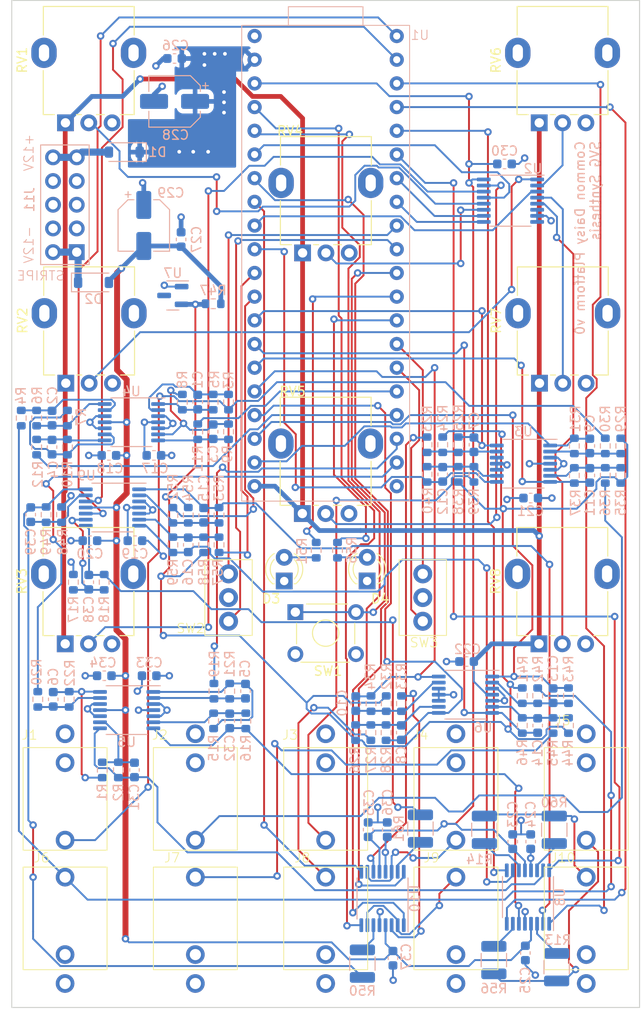
<source format=kicad_pcb>
(kicad_pcb (version 20221018) (generator pcbnew)
  (layers (0 "F.Cu" signal) (1 "In1.Cu" signal) (2 "In2.Cu" signal) (31 "B.Cu" signal) (34 "B.Paste" user) (35 "F.Paste" user) (36 "B.SilkS" user "B.Silkscreen") (37 "F.SilkS" user "F.Silkscreen") (38 "B.Mask" user) (39 "F.Mask" user) (44 "Edge.Cuts" user))
  (net 0 "")
  (net 11 "J1_cv_a_in")
  (net 12 "J6_cv_a_in")
  (net 13 "D0")
  (net 14 "D8")
  (net 15 "D9")
  (net 16 "D10")
  (net 17 "D11")
  (net 18 "D1")
  (net 19 "D2")
  (net 20 "D26")
  (net 21 "Net-(J5-PadT)")
  (net 22 "Net-(J10-PadT)")
  (net 23 "+3.3VA")
  (net 24 "GND")
  (net 25 "+3.3V")
  (net 26 "Net-(U9A--)")
  (net 27 "audio_out_0")
  (net 28 "audio_out_1")
  (net 29 "Net-(U4A--)")
  (net 30 "Net-(U4C--)")
  (net 31 "Net-(C1-Pad1)")
  (net 32 "Net-(C2-Pad1)")
  (net 33 "Net-(U4D--)")
  (net 34 "Net-(U4B--)")
  (net 35 "Net-(C3-Pad1)")
  (net 36 "Net-(C4-Pad1)")
  (net 37 "in_0")
  (net 38 "in_1")
  (net 39 "/cv/pot_1")
  (net 40 "/cv/pot_5")
  (net 41 "/cv/pot_2")
  (net 42 "/cv/pot_6")
  (net 43 "/cv/pot_3")
  (net 44 "/cv/pot_7")
  (net 45 "/cv/pot_4")
  (net 46 "/cv/pot_8")
  (net 47 "A3_D18")
  (net 48 "D14")
  (net 49 "D13")
  (net 50 "A2_D17")
  (net 51 "Net-(C5-Pad1)")
  (net 52 "Net-(C6-Pad1)")
  (net 53 "out_0")
  (net 54 "Net-(U5A--)")
  (net 55 "out_1")
  (net 56 "Net-(U5B--)")
  (net 57 "Net-(U3D--)")
  (net 58 "-10V")
  (net 59 "Net-(U6C--)")
  (net 60 "Net-(U3A--)")
  (net 61 "Net-(U6D--)")
  (net 62 "Net-(U3B--)")
  (net 63 "Net-(U3C--)")
  (net 64 "Net-(U6A--)")
  (net 65 "Net-(U6B--)")
  (net 66 "-12V")
  (net 67 "A0_D15")
  (net 68 "A1_D16")
  (net 69 "A4_D19")
  (net 70 "A5_D20")
  (net 71 "A7_D22")
  (net 72 "A8_D23")
  (net 73 "A9_D24")
  (net 74 "A10_D25")
  (net 75 "+12V")
  (net 76 "cv_in_6")
  (net 77 "cv_in_5")
  (net 78 "cv_in_7")
  (net 79 "cv_in_2")
  (net 80 "cv_in_4")
  (net 81 "cv_in_3")
  (net 82 "cv_out_0")
  (net 83 "cv_out_1")
  (net 84 "A6_D21")
  (net 85 "A11_D28")
  (net 86 "Net-(U5D--)")
  (net 87 "Net-(U5C--)")
  (net 88 "Net-(U9B--)")
  (net 89 "Net-(D1-A)")
  (net 90 "Net-(D2-K)")
  (net 91 "Net-(U9C--)")
  (net 92 "Net-(U9D--)")
  (net 93 "D3")
  (net 94 "Net-(D3-A)")
  (net 95 "Net-(D4-A)")
  (net 96 "Net-(J9-PadT)")
  (net 97 "D29")
  (net 98 "D30")
  (net 99 "D4")
  (net 100 "D12")
  (net 101 "D5")
  (net 102 "D6")
  (net 103 "D7")
  (net 104 "gate_out_0")
  (net 105 "Net-(C39-Pad1)")
  (net 106 "Net-(J4-PadT)")
  (net 107 "Net-(R13-Pad1)")
  (net 108 "Net-(R14-Pad1)")
  (net 109 "gate_out_1")
  (net 110 "Net-(R56-Pad1)")
  (net 111 "Net-(R60-Pad1)")
  (net 112 "Net-(C38-Pad1)")
  (net 113 "D27")
  (footprint "synthesis:thonkiconn" (layer "F.Cu") (at 49.53 128.27 180)
    (fp_text reference "J2")
    (fp_text value "thonkiconn")
  )
  (footprint "LED_THT:LED_D3.0mm" (layer "F.Cu") (at 59.055 105.415 90)
    (fp_text reference "D3")
    (fp_text value "LED")
  )
  (footprint "Button_Switch_THT:SW_TH_Tactile_Omron_B3F-10xx" (layer "F.Cu") (at 60.25 108.748)
    (fp_text reference "SW1")
    (fp_text value "SW_Push")
  )
  (footprint "Potentiometer_THT:Potentiometer_Alpha_RD901F-40-00D_Single_Vertical" (layer "F.Cu") (at 35.64 84.208 90)
    (fp_text reference "RV2")
    (fp_text value "10k")
  )
  (footprint "synthesis:thonkiconn" (layer "F.Cu") (at 49.53 142.08)
    (fp_text reference "J7")
    (fp_text value "thonkiconn")
  )
  (footprint "synthesis:thonkiconn" (layer "F.Cu") (at 35.56 128.27 180)
    (fp_text reference "J1")
    (fp_text value "thonkiconn")
  )
  (footprint "synthesis:thonkiconn" (layer "F.Cu") (at 63.5 142.08)
    (fp_text reference "J8")
    (fp_text value "thonkiconn")
  )
  (footprint "Potentiometer_THT:Potentiometer_Alpha_RD901F-40-00D_Single_Vertical" (layer "F.Cu") (at 86.4 56.295 90)
    (fp_text reference locked "RV6")
    (fp_text value "10k")
  )
  (footprint "synthesis:thonkiconn" (layer "F.Cu") (at 77.47 128.27 180)
    (fp_text reference "J4")
    (fp_text value "thonkiconn")
  )
  (footprint "Potentiometer_THT:Potentiometer_Alpha_RD901F-40-00D_Single_Vertical" (layer "F.Cu") (at 35.574 112.148 90)
    (fp_text reference "RV3")
    (fp_text value "10k")
  )
  (footprint "synthesis:subminiature_toggle_spdt_mom" (layer "F.Cu") (at 53.086 107.188 -90)
    (fp_text reference "SW2")
    (fp_text value "SW_SPDT_MSM")
  )
  (footprint "synthesis:subminiature_toggle_spdt_mom" (layer "F.Cu") (at 73.914 107.188 -90)
    (fp_text reference "SW3")
    (fp_text value "SW_SPDT_MSM")
  )
  (footprint "synthesis:thonkiconn" (layer "F.Cu") (at 91.44 142.08)
    (fp_text reference "J10")
    (fp_text value "thonkiconn")
  )
  (footprint "synthesis:thonkiconn" (layer "F.Cu") (at 35.56 142.08)
    (fp_text reference "J6")
    (fp_text value "thonkiconn")
  )
  (footprint "Potentiometer_THT:Potentiometer_Alpha_RD901F-40-00D_Single_Vertical" (layer "F.Cu") (at 86.426 84.211 90)
    (fp_text reference "RV7")
    (fp_text value "10k")
  )
  (footprint "LED_THT:LED_D3.0mm" (layer "F.Cu") (at 67.945 105.41 90)
    (fp_text reference "D4")
    (fp_text value "LED")
  )
  (footprint "Potentiometer_THT:Potentiometer_Alpha_RD901F-40-00D_Single_Vertical" (layer "F.Cu") (at 61.026 70.241 90)
    (fp_text reference "RV4")
    (fp_text value "10k")
  )
  (footprint "synthesis:thonkiconn" (layer "F.Cu") (at 77.47 142.08)
    (fp_text reference "J9")
    (fp_text value "thonkiconn")
  )
  (footprint "synthesis:thonkiconn" (layer "F.Cu") (at 91.44 128.27 180)
    (fp_text reference "J5")
    (fp_text value "thonkiconn")
  )
  (footprint "Potentiometer_THT:Potentiometer_Alpha_RD901F-40-00D_Single_Vertical" (layer "F.Cu") (at 35.6 56.295 90)
    (fp_text reference locked "RV1")
    (fp_text value "10k")
  )
  (footprint "Potentiometer_THT:Potentiometer_Alpha_RD901F-40-00D_Single_Vertical" (layer "F.Cu") (at 61 98.181 90)
    (fp_text reference "RV5")
    (fp_text value "10k")
  )
  (footprint "synthesis:thonkiconn" (layer "F.Cu") (at 63.5 128.27 180)
    (fp_text reference "J3")
    (fp_text value "thonkiconn")
  )
  (footprint "Potentiometer_THT:Potentiometer_Alpha_RD901F-40-00D_Single_Vertical" (layer "F.Cu") (at 86.374 112.148 90)
    (fp_text reference "RV8")
    (fp_text value "10k")
  )
  (footprint "synthesis:eurorack_10" (layer "B.Cu") (at 34.27 59.998 180)
    (fp_text reference "J11")
    (fp_text value "euro_power_10")
  )
  (footprint "Resistor_SMD:R_0603_1608Metric" (layer "B.Cu") (at 62.484 102.108 90)
    (fp_text reference "R51")
    (fp_text value "200R")
  )
  (footprint "Resistor_SMD:R_0603_1608Metric" (layer "B.Cu") (at 33.528 98.298 90)
    (fp_text reference "R49")
    (fp_text value "100k")
  )
  (footprint "Resistor_SMD:R_0603_1608Metric" (layer "B.Cu") (at 87.884 120.904 90)
    (fp_text reference "R45")
    (fp_text value "100k")
  )
  (footprint "Capacitor_SMD:C_0603_1608Metric" (layer "B.Cu") (at 91.821 94.094 90)
    (fp_text reference "C11")
    (fp_text value "1n")
  )
  (footprint "Capacitor_SMD:C_0603_1608Metric" (layer "B.Cu") (at 50.419 98.362 -90)
    (fp_text reference "C15")
    (fp_text value "1n")
  )
  (footprint "Resistor_SMD:R_0603_1608Metric" (layer "B.Cu") (at 89.535 117.7036 90)
    (fp_text reference "R43")
    (fp_text value "33k")
  )
  (footprint "Resistor_SMD:R_0603_1608Metric" (layer "B.Cu") (at 93.480625 90.932 -90)
    (fp_text reference "R30")
    (fp_text value "100k")
  )
  (footprint "Package_SO:TSSOP-14_4.4x5mm_P0.65mm" (layer "B.Cu") (at 42.164 119.253 180)
    (fp_text reference "U5")
    (fp_text value "TL074CPWR")
  )
  (footprint "Resistor_SMD:R_0603_1608Metric" (layer "B.Cu") (at 90.161375 90.932 90)
    (fp_text reference "R31")
    (fp_text value "33k")
  )
  (footprint "Capacitor_SMD:C_1210_3225Metric" (layer "B.Cu") (at 67.437 146.431 90)
    (fp_text reference "R50")
    (fp_text value "1k")
  )
  (footprint "Capacitor_SMD:C_0603_1608Metric" (layer "B.Cu") (at 38.1 105.537 -90)
    (fp_text reference "C38")
    (fp_text value "180p")
  )
  (footprint "Package_SO:TSSOP-14_4.4x5mm_P0.65mm" (layer "B.Cu") (at 40.64 97.536 180)
    (fp_text reference "U9")
    (fp_text value "TL074CPWR")
  )
  (footprint "Resistor_SMD:R_0603_1608Metric" (layer "B.Cu") (at 90.161375 94.094 -90)
    (fp_text reference "R37")
    (fp_text value "33k")
  )
  (footprint "Capacitor_SMD:C_0603_1608Metric" (layer "B.Cu") (at 47.3 49.4 180)
    (fp_text reference "C26")
    (fp_text value "100n")
  )
  (footprint "Capacitor_SMD:C_0603_1608Metric" (layer "B.Cu") (at 85.482332 133.35 90)
    (fp_text reference "C24")
    (fp_text value "100n")
  )
  (footprint "Resistor_SMD:R_0603_1608Metric" (layer "B.Cu") (at 68.362286 118.555 90)
    (fp_text reference "R34")
    (fp_text value "33k")
  )
  (footprint "Resistor_SMD:R_0603_1608Metric" (layer "B.Cu") (at 53.213 117.221 90)
    (fp_text reference "R21")
    (fp_text value "30k")
  )
  (footprint "Resistor_SMD:R_0603_1608Metric" (layer "B.Cu") (at 48.768 98.362 -90)
    (fp_text reference "R54")
    (fp_text value "200k")
  )
  (footprint "Resistor_SMD:R_0603_1608Metric" (layer "B.Cu") (at 95.14025 94.094 90)
    (fp_text reference "R35")
    (fp_text value "200k")
  )
  (footprint "Resistor_SMD:R_0603_1608Metric" (layer "B.Cu") (at 50.419 101.537 90)
    (fp_text reference "R58")
    (fp_text value "200k")
  )
  (footprint "Capacitor_SMD:C_0603_1608Metric" (layer "B.Cu") (at 43.053 101.092)
    (fp_text reference "C19")
    (fp_text value "100n")
  )
  (footprint "Resistor_SMD:R_0603_1608Metric" (layer "B.Cu") (at 48.133 86.233 90)
    (fp_text reference "R8")
    (fp_text value "270k")
  )
  (footprint "Capacitor_SMD:C_0603_1608Metric" (layer "B.Cu") (at 49.784 86.233 90)
    (fp_text reference "C1")
    (fp_text value "20p")
  )
  (footprint "Capacitor_SMD:C_0603_1608Metric" (layer "B.Cu") (at 86.233 120.904 90)
    (fp_text reference "C14")
    (fp_text value "1n")
  )
  (footprint "Resistor_SMD:R_0603_1608Metric" (layer "B.Cu") (at 53.086 86.233 90)
    (fp_text reference "R3")
    (fp_text value "100k")
  )
  (footprint "Capacitor_SMD:C_0603_1608Metric" (layer "B.Cu") (at 66.729429 118.555 -90)
    (fp_text reference "C10")
    (fp_text value "1n")
  )
  (footprint "Package_SO:TSSOP-14_4.4x5mm_P0.65mm" (layer "B.Cu") (at 42.672 88.392 180)
    (fp_text reference "U4")
    (fp_text value "TL074CPWR")
  )
  (footprint "Capacitor_SMD:C_0603_1608Metric" (layer "B.Cu") (at 68.055 132.067 90)
    (fp_text reference "C35")
    (fp_text value "100n")
  )
  (footprint "Capacitor_SMD:C_0603_1608Metric" (layer "B.Cu") (at 44.577 115.57)
    (fp_text reference "C33")
    (fp_text value "100n")
  )
  (footprint "Resistor_SMD:R_0603_1608Metric" (layer "B.Cu") (at 53.086 89.408 -90)
    (fp_text reference "R9")
    (fp_text value "33k")
  )
  (footprint "Resistor_SMD:R_0603_1608Metric" (layer "B.Cu") (at 76.049429 90.805 -90)
    (fp_text reference "R24")
    (fp_text value "200k")
  )
  (footprint "Capacitor_SMD:C_1210_3225Metric" (layer "B.Cu") (at 88.011 132.08 90)
    (fp_text reference "R60")
    (fp_text value "1k")
  )
  (footprint "Capacitor_SMD:C_0603_1608Metric" (layer "B.Cu") (at 48 68.8 -90)
    (fp_text reference "C27")
    (fp_text value "100n")
  )
  (footprint "Capacitor_SMD:C_0603_1608Metric" (layer "B.Cu") (at 34.163 87.948 90)
    (fp_text reference "C2")
    (fp_text value "20p")
  )
  (footprint "Capacitor_SMD:C_0603_1608Metric" (layer "B.Cu") (at 85.484 96.52 180)
    (fp_text reference "C21")
    (fp_text value "100n")
  )
  (footprint "Package_TO_SOT_SMD:SOT-23" (layer "B.Cu") (at 47.117 74.803 180)
    (fp_text reference "U7")
    (fp_text value "LM4040DBZ-10")
  )
  (footprint "Capacitor_SMD:C_1210_3225Metric" (layer "B.Cu") (at 73.66 131.953 -90)
    (fp_text reference "R61")
    (fp_text value "1k")
  )
  (footprint "Capacitor_SMD:C_0603_1608Metric" (layer "B.Cu") (at 43.0022 125.667 90)
    (fp_text reference "C31")
    (fp_text value "180p")
  )
  (footprint "Capacitor_SMD:C_0603_1608Metric" (layer "B.Cu") (at 84.9122 145.288 90)
    (fp_text reference "C25")
    (fp_text value "100n")
  )
  (footprint "Resistor_SMD:R_0603_1608Metric" (layer "B.Cu") (at 36.002666 118.097 90)
    (fp_text reference "R22")
    (fp_text value "30k")
  )
  (footprint "Resistor_SMD:R_0603_1608Metric" (layer "B.Cu") (at 74.374858 90.805 -90)
    (fp_text reference "R23")
    (fp_text value "100k")
  )
  (footprint "Resistor_SMD:R_0603_1608Metric" (layer "B.Cu") (at 41.275 125.667 -90)
    (fp_text reference "R2")
    (fp_text value "10k")
  )
  (footprint "Capacitor_SMD:C_0603_1608Metric" (layer "B.Cu") (at 83.554666 133.35 90)
    (fp_text reference "C23")
    (fp_text value "100n")
  )
  (footprint "Resistor_SMD:R_0603_1608Metric" (layer "B.Cu") (at 32.512 91.059 -90)
    (fp_text reference "R12")
    (fp_text value "1k")
  )
  (footprint "Resistor_SMD:R_0603_1608Metric" (layer "B.Cu") (at 84.582 120.904 -90)
    (fp_text reference "R46")
    (fp_text value "33k")
  )
  (footprint "Package_SO:TSSOP-16_4.4x5mm_P0.65mm" (layer "B.Cu") (at 83.312 64.643 180)
    (fp_text reference "U2")
    (fp_text value "CD4052BPWR")
  )
  (footprint "Resistor_SMD:R_0603_1608Metric" (layer "B.Cu") (at 89.535 120.904 90)
    (fp_text reference "R44")
    (fp_text value "200k")
  )
  (footprint "Resistor_SMD:R_0603_1608Metric" (layer "B.Cu") (at 74.374858 93.98 -90)
    (fp_text reference "R40")
    (fp_text value "33k")
  )
  (footprint "Capacitor_SMD:C_0603_1608Metric" (layer "B.Cu") (at 87.884 117.7036 -90)
    (fp_text reference "C13")
    (fp_text value "1n")
  )
  (footprint "Resistor_SMD:R_0603_1608Metric" (layer "B.Cu") (at 69.995143 118.555 -90)
    (fp_text reference "R32")
    (fp_text value "200k")
  )
  (footprint "Diode_SMD:D_SOD-123" (layer "B.Cu") (at 38.608 73.406)
    (fp_text reference "D2")
    (fp_text value "MBR0530-TP")
  )
  (footprint "Resistor_SMD:R_0603_1608Metric" (layer "B.Cu") (at 79.398574 93.98 90)
    (fp_text reference "R39")
    (fp_text value "100k")
  )
  (footprint "Package_SO:TSSOP-16_4.4x5mm_P0.65mm" (layer "B.Cu") (at 85.1916 139.2936 90)
    (fp_text reference "U8")
    (fp_text value "DG412DQ-T1-E3")
  )
  (footprint "Resistor_SMD:R_0603_1608Metric" (layer "B.Cu") (at 93.480625 94.094 90)
    (fp_text reference "R36")
    (fp_text value "100k")
  )
  (footprint "Resistor_SMD:R_0603_1608Metric" (layer "B.Cu") (at 49.784 89.408 90)
    (fp_text reference "R11")
    (fp_text value "1k")
  )
  (footprint "Capacitor_SMD:C_1210_3225Metric" (layer "B.Cu") (at 80.518 132.08 90)
    (fp_text reference "R14")
    (fp_text value "1k")
  )
  (footprint "Resistor_SMD:R_0603_1608Metric" (layer "B.Cu") (at 54.9402 120.409 -90)
    (fp_text reference "R16")
    (fp_text value "10k")
  )
  (footprint "Resistor_SMD:R_0603_1608Metric" (layer "B.Cu") (at 95.14025 90.932 -90)
    (fp_text reference "R29")
    (fp_text value "200k")
  )
  (footprint "Resistor_SMD:R_0603_1608Metric" (layer "B.Cu") (at 51.435 75.692 180)
    (fp_text reference "R47")
    (fp_text value "2k")
  )
  (footprint "Capacitor_SMD:CP_Elec_5x5.4" (layer "B.Cu") (at 47.3 54 180)
    (fp_text reference "C28")
    (fp_text value "10uF")
  )
  (footprint "Capacitor_SMD:C_0603_1608Metric" (layer "B.Cu") (at 76.049429 93.98 90)
    (fp_text reference "C12")
    (fp_text value "1n")
  )
  (footprint "Capacitor_SMD:C_0603_1608Metric" (layer "B.Cu") (at 34.163 91.059 -90)
    (fp_text reference "C4")
    (fp_text value "180p")
  )
  (footprint "Capacitor_SMD:C_0603_1608Metric" (layer "B.Cu") (at 54.906333 117.221 -90)
    (fp_text reference "C5")
    (fp_text value "180p")
  )
  (footprint "Resistor_SMD:R_0603_1608Metric" (layer "B.Cu") (at 51.4858 120.409 90)
    (fp_text reference "R15")
    (fp_text value "10k")
  )
  (footprint "Capacitor_SMD:C_1210_3225Metric" (layer "B.Cu") (at 88.265 146.812 -90)
    (fp_text reference "R13")
    (fp_text value "1k")
  )
  (footprint "Capacitor_SMD:C_0603_1608Metric" (layer "B.Cu") (at 39.764 115.57)
    (fp_text reference "C34")
    (fp_text value "100n")
  )
  (footprint "Capacitor_SMD:C_0603_1608Metric" (layer "B.Cu") (at 45.085 91.948)
    (fp_text reference "C17")
    (fp_text value "100n")
  )
  (footprint "Capacitor_SMD:C_0603_1608Metric" (layer "B.Cu") (at 79.398571 90.805 -90)
    (fp_text reference "C7")
    (fp_text value "1n")
  )
  (footprint "Capacitor_SMD:C_0603_1608Metric" (layer "B.Cu") (at 82.677 60.706)
    (fp_text reference "C30")
    (fp_text value "100n")
  )
  (footprint "Resistor_SMD:R_0603_1608Metric" (layer "B.Cu") (at 77.724 93.98 90)
    (fp_text reference "R38")
    (fp_text value "200k")
  )
  (footprint "Resistor_SMD:R_0603_1608Metric" (layer "B.Cu") (at 35.179 98.298 -90)
    (fp_text reference "R48")
    (fp_text value "200k")
  )
  (footprint "Resistor_SMD:R_0603_1608Metric" (layer "B.Cu") (at 35.814 87.948 90)
    (fp_text reference "R7")
    (fp_text value "270k")
  )
  (footprint "Package_SO:TSSOP-16_4.4x5mm_P0.65mm" (layer "B.Cu") (at 69.596 139.446 90)
    (fp_text reference "U10")
    (fp_text value "DG412DQ-T1-E3")
  )
  (footprint "Capacitor_SMD:C_0603_1608Metric" (layer "B.Cu") (at 40.259 91.948)
    (fp_text reference "C18")
    (fp_text value "100n")
  )
  (footprint "Resistor_SMD:R_0603_1608Metric" (layer "B.Cu") (at 77.724 90.805 90)
    (fp_text reference "R25")
    (fp_text value "33k")
  )
  (footprint "Capacitor_SMD:C_0603_1608Metric" (layer "B.Cu") (at 71.609858 121.666 90)
    (fp_text reference "C8")
    (fp_text value "1n")
  )
  (footprint "Resistor_SMD:R_0603_1608Metric" (layer "B.Cu") (at 86.233 117.7036 -90)
    (fp_text reference "R42")
    (fp_text value "100k")
  )
  (footprint "Capacitor_SMD:C_0603_1608Metric" (layer "B.Cu") (at 34.29 118.097 -90)
    (fp_text reference "C6")
    (fp_text value "180p")
  )
  (footprint "Resistor_SMD:R_0603_1608Metric" (layer "B.Cu") (at 47.117 98.362 -90)
    (fp_text reference "R52")
    (fp_text value "33k")
  )
  (footprint "Resistor_SMD:R_0603_1608Metric" (layer "B.Cu") (at 32.635332 118.097 -90)
    (fp_text reference "R20")
    (fp_text value "10k")
  )
  (footprint "Capacitor_SMD:C_0603_1608Metric" (layer "B.Cu") (at 91.821 90.932 -90)
    (fp_text reference "C9")
    (fp_text value "1n")
  )
  (footprint "Capacitor_SMD:C_0603_1608Metric" (layer "B.Cu") (at 78.613 114.046 180)
    (fp_text reference "C22")
    (fp_text value "100n")
  )
  (footprint "Capacitor_SMD:CP_Elec_5x5.4" (layer "B.Cu") (at 44 67.3 -90)
    (fp_text reference "C29")
    (fp_text value "10uF")
  )
  (footprint "Capacitor_SMD:C_0603_1608Metric" (layer "B.Cu") (at 31.877 98.298 -90)
    (fp_text reference "C39")
    (fp_text value "180p")
  )
  (footprint "Resistor_SMD:R_0603_1608Metric" (layer "B.Cu") (at 52.07 98.362 90)
    (fp_text reference "R53")
    (fp_text value "100k")
  )
  (footprint "Resistor_SMD:R_0603_1608Metric" (layer "B.Cu") (at 36.449 105.537 -90)
    (fp_text reference "R17")
    (fp_text value "200k")
  )
  (footprint "Package_SO:TSSOP-14_4.4x5mm_P0.65mm" (layer "B.Cu") (at 78.486 117.602 180)
    (fp_text reference "U6")
    (fp_text value "MCP6004")
  )
  (footprint "Resistor_SMD:R_0603_1608Metric" (layer "B.Cu") (at 39.751 105.537 90)
    (fp_text reference "R18")
    (fp_text value "100k")
  )
  (footprint "Resistor_SMD:R_0603_1608Metric" (layer "B.Cu") (at 51.519667 117.221 -90)
    (fp_text reference "R19")
    (fp_text value "10k")
  )
  (footprint "Resistor_SMD:R_0603_1608Metric" (layer "B.Cu") (at 32.512 87.948 -90)
    (fp_text reference "R6")
    (fp_text value "220k")
  )
  (footprint "Resistor_SMD:R_0603_1608Metric" (layer "B.Cu") (at 47.117 101.537 -90)
    (fp_text reference "R59")
    (fp_text value "100k")
  )
  (footprint "Resistor_SMD:R_0603_1608Metric" (layer "B.Cu") (at 64.77 102.108 90)
    (fp_text reference "R55")
    (fp_text value "200R")
  )
  (footprint "Capacitor_SMD:C_0603_1608Metric" (layer "B.Cu") (at 51.435 89.408 90)
    (fp_text reference "C3")
    (fp_text value "180p")
  )
  (footprint "Resistor_SMD:R_0603_1608Metric" (layer "B.Cu") (at 39.5478 125.667 90)
    (fp_text reference "R1")
    (fp_text value "10k")
  )
  (footprint "Resistor_SMD:R_0603_1608Metric" (layer "B.Cu") (at 71.628 118.555 -90)
    (fp_text reference "R33")
    (fp_text value "100k")
  )
  (footprint "Capacitor_SMD:C_0603_1608Metric" (layer "B.Cu") (at 53.213 120.409 90)
    (fp_text reference "C32")
    (fp_text value "180p")
  )
  (footprint "Resistor_SMD:R_0603_1608Metric" (layer "B.Cu") (at 66.711286 121.666 90)
    (fp_text reference "R26")
    (fp_text value "200k")
  )
  (footprint "Resistor_SMD:R_0603_1608Metric" (layer "B.Cu") (at 69.977 121.666 -90)
    (fp_text reference "R28")
    (fp_text value "33k")
  )
  (footprint "Resistor_SMD:R_0603_1608Metric" (layer "B.Cu") (at 52.07 101.537 90)
    (fp_text reference "R57")
    (fp_text value "33k")
  )
  (footprint "Package_SO:TSSOP-14_4.4x5mm_P0.65mm" (layer "B.Cu") (at 84.709 92.837 180)
    (fp_text reference "U3")
    (fp_text value "MCP6004")
  )
  (footprint "Resistor_SMD:R_0603_1608Metric" (layer "B.Cu") (at 84.582 117.7036 -90)
    (fp_text reference "R41")
    (fp_text value "200k")
  )
  (footprint "Diode_SMD:D_SOD-123" (layer "B.Cu") (at 41.91 59.436 180)
    (fp_text reference "D1")
    (fp_text value "MBR0530-TP")
  )
  (footprint "synthesis:daisy_seed" (layer "B.Cu") (at 63.5 69.85)
    (fp_text reference "U1")
    (fp_text value "daisy_seed")
  )
  (footprint "Resistor_SMD:R_0603_1608Metric" (layer "B.Cu") (at 68.344143 121.666 90)
    (fp_text reference "R27")
    (fp_text value "100k")
  )
  (footprint "Capacitor_SMD:C_0603_1608Metric" (layer "B.Cu") (at 70.104 132.067 90)
    (fp_text reference "C36")
    (fp_text value "100n")
  )
  (footprint "Capacitor_SMD:C_0603_1608Metric" (layer "B.Cu") (at 70.7136 145.8468 90)
    (fp_text reference "C37")
    (fp_text value "100n")
  )
  (footprint "Resistor_SMD:R_0603_1608Metric" (layer "B.Cu") (at 51.435 86.233 -90)
    (fp_text reference "R5")
    (fp_text value "220k")
  )
  (footprint "Capacitor_SMD:C_1210_3225Metric" (layer "B.Cu") (at 81.534 146.05 -90)
    (fp_text reference "R56")
    (fp_text value "1k")
  )
  (footprint "Resistor_SMD:R_0603_1608Metric" (layer "B.Cu") (at 35.814 91.059 90)
    (fp_text reference "R10")
    (fp_text value "33k")
  )
  (footprint "Capacitor_SMD:C_0603_1608Metric" (layer "B.Cu") (at 38.227 101.092)
    (fp_text reference "C20")
    (fp_text value "100n")
  )
  (footprint "Resistor_SMD:R_0603_1608Metric" (layer "B.Cu") (at 30.861 87.948 90)
    (fp_text reference "R4")
    (fp_text value "100k")
  )
  (footprint "Capacitor_SMD:C_0603_1608Metric" (layer "B.Cu") (at 48.768 101.537 90)
    (fp_text reference "C16")
    (fp_text value "1n")
  )
  (gr_rect (start 29.845 43.18) (end 97.155 151.13) (stroke (width 0.1)) (fill none) (layer "Edge.Cuts"))
  (gr_rect (start 29.845 43.18) (end 97.155 151.13) (stroke (width 0.1)) (fill none) (layer "Edge.Cuts"))
  (gr_text "Common Daisy Platform v0\nSVG Synthesis\n" (at 92.964 58.166 90) (layer "B.SilkS") (effects (font (size 1 1)) (justify left bottom mirror)))
  (segment (start 44.4626 103.491693) (end 44.4626 127.508) (width 0.2032) (layer "F.Cu") (net 11))
  (segment (start 45.605349 102.348944) (end 44.4626 103.491693) (width 0.2032) (layer "F.Cu") (net 11))
  (segment (start 45.72 85.598) (end 45.605349 85.712651) (width 0.2032) (layer "F.Cu") (net 11))
  (segment (start 45.605349 85.712651) (end 45.605349 102.348944) (width 0.2032) (layer "F.Cu") (net 11))
  (via (at 45.72 85.598) (size 0.8) (drill 0.4) (layers "F.Cu" "B.Cu") (net 11))
  (via (at 44.4626 127.508) (size 0.8) (drill 0.4) (layers "F.Cu" "B.Cu") (net 11))
  (segment (start 35.56 133.19) (end 38.7806 133.19) (width 0.2032) (layer "B.Cu") (net 11))
  (segment (start 54.038 86.106) (end 53.086 87.058) (width 0.2032) (layer "B.Cu") (net 11))
  (segment (start 56.26492 86.106) (end 54.038 86.106) (width 0.2032) (layer "B.Cu") (net 11))
  (segment (start 76.3524 84.0994) (end 58.27152 84.0994) (width 0.2032) (layer "B.Cu") (net 11))
  (segment (start 38.7806 133.19) (end 44.4626 127.508) (width 0.2032) (layer "B.Cu") (net 11))
  (segment (start 52.1646 86.1366) (end 47.780468 86.1366) (width 0.2032) (layer "B.Cu") (net 11))
  (segment (start 47.780468 86.1366) (end 47.241868 85.598) (width 0.2032) (layer "B.Cu") (net 11))
  (segment (start 58.27152 84.0994) (end 56.26492 86.106) (width 0.2032) (layer "B.Cu") (net 11))
  (segment (start 90.013025 86.6394) (end 78.8924 86.6394) (width 0.2032) (layer "B.Cu") (net 11))
  (segment (start 47.241868 85.598) (end 45.72 85.598) (width 0.2032) (layer "B.Cu") (net 11))
  (segment (start 78.8924 86.6394) (end 76.3524 84.0994) (width 0.2032) (layer "B.Cu") (net 11))
  (segment (start 53.086 87.058) (end 52.1646 86.1366) (width 0.2032) (layer "B.Cu") (net 11))
  (segment (start 93.480625 90.107) (end 90.013025 86.6394) (width 0.2032) (layer "B.Cu") (net 11))
  (segment (start 94.107 128.397) (end 94.107 138.176) (width 0.2032) (layer "F.Cu") (net 12))
  (via (at 94.107 138.176) (size 0.8) (drill 0.4) (layers "F.Cu" "B.Cu") (net 12))
  (via (at 94.107 128.397) (size 0.8) (drill 0.4) (layers "F.Cu" "B.Cu") (net 12))
  (segment (start 30.607 89.027) (end 30.607 132.207) (width 0.2032) (layer "B.Cu") (net 12))
  (segment (start 87.0834 117.729) (end 90.238533 117.729) (width 0.2032) (layer "B.Cu") (net 12))
  (segment (start 86.233 116.8786) (end 87.0834 117.729) (width 0.2032) (layer "B.Cu") (net 12))
  (segment (start 94.107 121.597467) (end 94.107 128.397) (width 0.2032) (layer "B.Cu") (net 12))
  (segment (start 37.973 139.573) (end 82.718732 139.573) (width 0.2032) (layer "B.Cu") (net 12))
  (segment (start 35.56 137.16) (end 37.973 139.573) (width 0.2032) (layer "B.Cu") (net 12))
  (segment (start 30.607 132.207) (end 35.56 137.16) (width 0.2032) (layer "B.Cu") (net 12))
  (segment (start 83.607732 138.684) (end 93.599 138.684) (width 0.2032) (layer "B.Cu") (net 12))
  (segment (start 82.718732 139.573) (end 83.607732 138.684) (width 0.2032) (layer "B.Cu") (net 12))
  (segment (start 90.238533 117.729) (end 94.107 121.597467) (width 0.2032) (layer "B.Cu") (net 12))
  (segment (start 93.599 138.684) (end 94.107 138.176) (width 0.2032) (layer "B.Cu") (net 12))
  (segment (start 30.861 88.773) (end 30.607 89.027) (width 0.2032) (layer "B.Cu") (net 12))
  (segment (start 39.042041 70.083159) (end 39.042041 56.949041) (width 0.2032) (layer "F.Cu") (net 13))
  (segment (start 37.0114 95.5584) (end 37.0114 72.1138) (width 0.2032) (layer "F.Cu") (net 13))
  (segment (start 39.042041 56.949041) (end 39.37 56.621082) (width 0.2032) (layer "F.Cu") (net 13))
  (segment (start 39.624 98.171) (end 37.0114 95.5584) (width 0.2032) (layer "F.Cu") (net 13))
  (segment (start 37.0114 72.1138) (end 39.042041 70.083159) (width 0.2032) (layer "F.Cu") (net 13))
  (segment (start 39.37 56.621082) (end 39.37 46.99) (width 0.2032) (layer "F.Cu") (net 13))
  (via (at 39.37 46.99) (size 0.8) (drill 0.4) (layers "F.Cu" "B.Cu") (net 13))
  (via (at 39.624 98.171) (size 0.8) (drill 0.4) (layers "F.Cu" "B.Cu") (net 13))
  (segment (start 71.12 46.99) (end 69.13 45) (width 0.2032) (layer "B.Cu") (net 13))
  (segment (start 41.36 45) (end 39.37 46.99) (width 0.2032) (layer "B.Cu") (net 13))
  (segment (start 39.609 98.186) (end 39.624 98.171) (width 0.2032) (layer "B.Cu") (net 13))
  (segment (start 69.13 45) (end 41.36 45) (width 0.2032) (layer "B.Cu") (net 13))
  (segment (start 37.7775 98.186) (end 39.609 98.186) (width 0.2032) (layer "B.Cu") (net 13))
  (segment (start 53.086 104.648) (end 53.086 68.326) (width 0.2032) (layer "F.Cu") (net 14))
  (via (at 53.086 68.326) (size 0.8) (drill 0.4) (layers "F.Cu" "B.Cu") (net 14))
  (segment (start 71.12 67.31) (end 70.104 68.326) (width 0.2032) (layer "B.Cu") (net 14))
  (segment (start 70.104 68.326) (end 53.086 68.326) (width 0.2032) (layer "B.Cu") (net 14))
  (segment (start 54.3306 100.135868) (end 53.899299 99.704567) (width 0.2032) (layer "F.Cu") (net 15))
  (segment (start 53.086 109.728) (end 54.3306 108.4834) (width 0.2032) (layer "F.Cu") (net 15))
  (segment (start 53.899299 69.163701) (end 54.102 68.961) (width 0.2032) (layer "F.Cu") (net 15))
  (segment (start 53.899299 99.704567) (end 53.899299 69.163701) (width 0.2032) (layer "F.Cu") (net 15))
  (segment (start 54.3306 108.4834) (end 54.3306 100.135868) (width 0.2032) (layer "F.Cu") (net 15))
  (via (at 54.102 68.961) (size 0.8) (drill 0.4) (layers "F.Cu" "B.Cu") (net 15))
  (segment (start 54.102 68.961) (end 54.2036 68.8594) (width 0.2032) (layer "B.Cu") (net 15))
  (segment (start 54.2036 68.8594) (end 70.1294 68.8594) (width 0.2032) (layer "B.Cu") (net 15))
  (segment (start 70.1294 68.8594) (end 71.12 69.85) (width 0.2032) (layer "B.Cu") (net 15))
  (segment (start 66.294 94.527928) (end 66.345299 94.579227) (width 0.2032) (layer "F.Cu") (net 16))
  (segment (start 66.929 72.39) (end 66.294 73.025) (width 0.2032) (layer "F.Cu") (net 16))
  (segment (start 69.8356 107.5326) (end 68.6054 108.7628) (width 0.2032) (layer "F.Cu") (net 16))
  (segment (start 66.294 73.025) (end 66.294 94.527928) (width 0.2032) (layer "F.Cu") (net 16))
  (segment (start 69.8356 98.072587) (end 69.8356 107.5326) (width 0.2032) (layer "F.Cu") (net 16))
  (segment (start 66.345299 94.579227) (end 66.345299 94.582286) (width 0.2032) (layer "F.Cu") (net 16))
  (segment (start 66.345299 94.582286) (end 69.8356 98.072587) (width 0.2032) (layer "F.Cu") (net 16))
  (via (at 66.929 72.39) (size 0.8) (drill 0.4) (layers "F.Cu" "B.Cu") (net 16))
  (via (at 68.6054 108.7628) (size 0.8) (drill 0.4) (layers "F.Cu" "B.Cu") (net 16))
  (segment (start 68.6054 108.7628) (end 66.7648 108.7628) (width 0.2032) (layer "B.Cu") (net 16))
  (segment (start 66.929 72.39) (end 71.12 72.39) (width 0.2032) (layer "B.Cu") (net 16))
  (segment (start 66.7648 108.7628) (end 66.75 108.748) (width 0.2032) (layer "B.Cu") (net 16))
  (segment (start 60.25 108.748) (end 66.75 108.748) (width 0.2032) (layer "B.Cu") (net 16))
  (segment (start 62.1286 99.4154) (end 62.1286 75.2096) (width 0.2032) (layer "F.Cu") (net 17))
  (segment (start 61.468 100.076) (end 62.1286 99.4154) (width 0.2032) (layer "F.Cu") (net 17))
  (segment (start 62.1286 75.2096) (end 62.103 75.184) (width 0.2032) (layer "F.Cu") (net 17))
  (via (at 62.103 75.184) (size 0.8) (drill 0.4) (layers "F.Cu" "B.Cu") (net 17))
  (via (at 61.468 100.076) (size 0.8) (drill 0.4) (layers "F.Cu" "B.Cu") (net 17))
  (segment (start 62.484 101.092) (end 61.468 100.076) (width 0.2032) (layer "B.Cu") (net 17))
  (segment (start 62.357 74.93) (end 71.12 74.93) (width 0.2032) (layer "B.Cu") (net 17))
  (segment (start 62.103 75.184) (end 62.357 74.93) (width 0.2032) (layer "B.Cu") (net 17))
  (segment (start 62.484 101.283) (end 62.484 101.092) (width 0.2032) (layer "B.Cu") (net 17))
  (segment (start 41.7286 56.762482) (end 41.7286 51.6346) (width 0.2032) (layer "F.Cu") (net 18))
  (segment (start 39.5114 58.979682) (end 41.7286 56.762482) (width 0.2032) (layer "F.Cu") (net 18))
  (segment (start 41.7286 51.6346) (end 40.7 50.606) (width 0.2032) (layer "F.Cu") (net 18))
  (segment (start 40.7 50.606) (end 40.7 47.8) (width 0.2032) (layer "F.Cu") (net 18))
  (segment (start 39.116 96.774) (end 39.5114 96.3786) (width 0.2032) (layer "F.Cu") (net 18))
  (segment (start 39.5114 96.3786) (end 39.5114 58.979682) (width 0.2032) (layer "F.Cu") (net 18))
  (via (at 39.116 96.774) (size 0.8) (drill 0.4) (layers "F.Cu" "B.Cu") (net 18))
  (via (at 40.7 47.8) (size 0.8) (drill 0.4) (layers "F.Cu" "B.Cu") (net 18))
  (segment (start 39.004 96.886) (end 39.116 96.774) (width 0.2032) (layer "B.Cu") (net 18))
  (segment (start 40.7 47.8) (end 42.5006 45.9994) (width 0.2032) (layer "B.Cu") (net 18))
  (segment (start 37.7775 96.886) (end 39.004 96.886) (width 0.2032) (layer "B.Cu") (net 18))
  (segment (start 42.5006 45.9994) (end 67.5894 45.9994) (width 0.2032) (layer "B.Cu") (net 18))
  (segment (start 67.5894 45.9994) (end 71.12 49.53) (width 0.2032) (layer "B.Cu") (net 18))
  (segment (start 91.44 85.793082) (end 91.44 110.485918) (width 0.2032) (layer "F.Cu") (net 19))
  (segment (start 91.44 110.485918) (end 93.345 112.390918) (width 0.2032) (layer "F.Cu") (net 19))
  (segment (start 92.964 52.197) (end 92.964 74.96638) (width 0.2032) (layer "F.Cu") (net 19))
  (segment (start 92.964 74.96638) (end 92.1374 75.79298) (width 0.2032) (layer "F.Cu") (net 19))
  (segment (start 92.5546 84.678482) (end 91.44 85.793082) (width 0.2032) (layer "F.Cu") (net 19))
  (segment (start 93.345 112.390918) (end 93.345 140.716) (width 0.2032) (layer "F.Cu") (net 19))
  (segment (start 92.1374 83.326318) (end 92.5546 83.743518) (width 0.2032) (layer "F.Cu") (net 19))
  (segment (start 92.1374 75.79298) (end 92.1374 83.326318) (width 0.2032) (layer "F.Cu") (net 19))
  (segment (start 92.5546 83.743518) (end 92.5546 84.678482) (width 0.2032) (layer "F.Cu") (net 19))
  (via (at 93.345 140.716) (size 0.8) (drill 0.4) (layers "F.Cu" "B.Cu") (net 19))
  (via (at 92.964 52.197) (size 0.8) (drill 0.4) (layers "F.Cu" "B.Cu") (net 19))
  (segment (start 71.12 52.07) (end 92.837 52.07) (width 0.2032) (layer "B.Cu") (net 19))
  (segment (start 87.4666 142.1561) (end 89.4147 140.208) (width 0.2032) (layer "B.Cu") (net 19))
  (segment (start 92.837 140.208) (end 93.345 140.716) (width 0.2032) (layer "B.Cu") (net 19))
  (segment (start 89.4147 140.208) (end 92.837 140.208) (width 0.2032) (layer "B.Cu") (net 19))
  (segment (start 92.837 52.07) (end 92.964 52.197) (width 0.2032) (layer "B.Cu") (net 19))
  (segment (start 56.896 131.572) (end 56.896 65.786) (width 0.2032) (layer "F.Cu") (net 20))
  (segment (start 56.896 65.786) (end 55.88 64.77) (width 0.2032) (layer "F.Cu") (net 20))
  (via (at 56.896 131.572) (size 0.8) (drill 0.4) (layers "F.Cu" "B.Cu") (net 20))
  (segment (start 61.2554 135.9314) (end 56.896 131.572) (width 0.2032) (layer "B.Cu") (net 20))
  (segment (start 67.321 136.5835) (end 66.6689 135.9314) (width 0.2032) (layer "B.Cu") (net 20))
  (segment (start 66.6689 135.9314) (end 61.2554 135.9314) (width 0.2032) (layer "B.Cu") (net 20))
  (segment (start 89.5884 146.3574) (end 89.5884 140.749103) (width 0.2032) (layer "F.Cu") (net 21))
  (segment (start 92.71 134.46) (end 91.44 133.19) (width 0.2032) (layer "F.Cu") (net 21))
  (segment (start 89.5884 140.749103) (end 92.71 137.627503) (width 0.2032) (layer "F.Cu") (net 21))
  (segment (start 92.71 137.627503) (end 92.71 134.46) (width 0.2032) (layer "F.Cu") (net 21))
  (segment (start 90.297 147.066) (end 89.5884 146.3574) (width 0.2032) (layer "F.Cu") (net 21))
  (via (at 90.297 147.066) (size 0.8) (drill 0.4) (layers "F.Cu" "B.Cu") (net 21))
  (segment (start 89.076 148.287) (end 90.297 147.066) (width 0.2032) (layer "B.Cu") (net 21))
  (segment (start 88.265 148.287) (end 82.296 148.287) (width 0.2032) (layer "B.Cu") (net 21))
  (segment (start 88.265 148.287) (end 89.076 148.287) (width 0.2032) (layer "B.Cu") (net 21))
  (segment (start 82.296 148.287) (end 81.534 147.525) (width 0.2032) (layer "B.Cu") (net 21))
  (segment (start 90.17 135.89) (end 91.44 137.16) (width 0.2032) (layer "F.Cu") (net 22))
  (segment (start 90.17 130.937) (end 90.17 135.89) (width 0.2032) (layer "F.Cu") (net 22))
  (via (at 90.17 130.937) (size 0.8) (drill 0.4) (layers "F.Cu" "B.Cu") (net 22))
  (segment (start 80.518 130.605) (end 80.6871 130.4359) (width 0.2032) (layer "B.Cu") (net 22))
  (segment (start 89.838 130.605) (end 90.17 130.937) (width 0.2032) (layer "B.Cu") (net 22))
  (segment (start 88.011 130.605) (end 89.838 130.605) (width 0.2032) (layer "B.Cu") (net 22))
  (segment (start 87.8419 130.4359) (end 88.011 130.605) (width 0.2032) (layer "B.Cu") (net 22))
  (segment (start 80.518 130.605) (end 80.567 130.556) (width 0.2032) (layer "B.Cu") (net 22))
  (segment (start 80.6871 130.4359) (end 87.8419 130.4359) (width 0.2032) (layer "B.Cu") (net 22))
  (segment (start 35.574 56.321) (end 35.6 56.295) (width 0.508) (layer "F.Cu") (net 23))
  (segment (start 35.4145 95.942706) (end 35.574 95.783206) (width 0.508) (layer "F.Cu") (net 23))
  (segment (start 35.4145 111.9885) (end 35.4145 95.942706) (width 0.508) (layer "F.Cu") (net 23))
  (segment (start 35.574 95.783206) (end 35.574 56.321) (width 0.508) (layer "F.Cu") (net 23))
  (segment (start 61.026 70.241) (end 61.026 55.814) (width 0.508) (layer "F.Cu") (net 23))
  (segment (start 61.026 70.241) (end 61.026 98.155) (width 0.508) (layer "F.Cu") (net 23))
  (segment (start 86.4 92.837) (end 86.4 96.52) (width 0.508) (layer "F.Cu") (net 23))
  (segment (start 61.026 98.155) (end 61 98.181) (width 0.508) (layer "F.Cu") (net 23))
  (segment (start 86.4 56.295) (end 86.4 92.837) (width 0.508) (layer "F.Cu") (net 23))
  (segment (start 86.4 112.122) (end 86.374 112.148) (width 0.508) (layer "F.Cu") (net 23))
  (segment (start 53.793553 51.6) (end 43.6 51.6) (width 0.508) (layer "F.Cu") (net 23))
  (segment (start 87.757 96.52) (end 86.4 96.52) (width 0.2032) (layer "F.Cu") (net 23))
  (segment (start 85.344 92.837) (end 86.4 92.837) (width 0.2032) (layer "F.Cu") (net 23))
  (segment (start 86.4 96.52) (end 86.4 112.122) (width 0.508) (layer "F.Cu") (net 23))
  (segment (start 58.679 53.467) (end 55.660553 53.467) (width 0.508) (layer "F.Cu") (net 23))
  (segment (start 35.574 112.148) (end 35.4145 111.9885) (width 0.508) (layer "F.Cu") (net 23))
  (segment (start 55.660553 53.467) (end 53.793553 51.6) (width 0.508) (layer "F.Cu") (net 23))
  (segment (start 61.026 55.814) (end 58.679 53.467) (width 0.508) (layer "F.Cu") (net 23))
  (via (at 86.4 100.584) (size 0.8) (drill 0.4) (layers "F.Cu" "B.Cu") (net 23))
  (via (at 87.757 96.52) (size 0.8) (drill 0.4) (layers "F.Cu" "B.Cu") (net 23))
  (via (at 43.6 51.6) (size 0.8) (drill 0.4) (layers "F.Cu" "B.Cu") (net 23))
  (via (at 85.344 92.837) (size 0.8) (drill 0.4) (layers "F.Cu" "B.Cu") (net 23))
  (segment (start 81.3485 117.602) (end 80.796289 117.602) (width 0.2032) (layer "B.Cu") (net 23))
  (segment (start 67.240706 100.003085) (end 67.240692 100.003099) (width 0.508) (layer "B.Cu") (net 23))
  (segment (start 87.5715 92.837) (end 87.019289 92.837) (width 0.2032) (layer "B.Cu") (net 23))
  (segment (start 87.019289 92.837) (end 85.344 92.837) (width 0.2032) (layer "B.Cu") (net 23))
  (segment (start 41.733 53.467) (end 43.6 51.6) (width 0.508) (layer "B.Cu") (net 23))
  (segment (start 81.286 112.148) (end 86.374 112.148) (width 0.508) (layer "B.Cu") (net 23))
  (segment (start 35.6 56.295) (end 38.428 53.467) (width 0.508) (layer "B.Cu") (net 23))
  (segment (start 86.4 100.584) (end 85.819085 100.003085) (width 0.508) (layer "B.Cu") (net 23))
  (segment (start 79.388 116.193711) (end 79.388 114.046) (width 0.2032) (layer "B.Cu") (net 23))
  (segment (start 58.069 95.25) (end 61 98.181) (width 0.508) (layer "B.Cu") (net 23))
  (segment (start 86.259 96.52) (end 87.757 96.52) (width 0.2032) (layer "B.Cu") (net 23))
  (segment (start 38.428 53.467) (end 41.733 53.467) (width 0.508) (layer "B.Cu") (net 23))
  (segment (start 55.88 95.25) (end 58.069 95.25) (width 0.508) (layer "B.Cu") (net 23))
  (segment (start 62.822099 100.003099) (end 61 98.181) (width 0.508) (layer "B.Cu") (net 23))
  (segment (start 80.796289 117.602) (end 79.388 116.193711) (width 0.2032) (layer "B.Cu") (net 23))
  (segment (start 85.819085 100.003085) (end 67.240706 100.003085) (width 0.508) (layer "B.Cu") (net 23))
  (segment (start 67.240692 100.003099) (end 62.822099 100.003099) (width 0.508) (layer "B.Cu") (net 23))
  (segment (start 79.388 114.046) (end 81.286 112.148) (width 0.508) (layer "B.Cu") (net 23))
  (via (at 69.342 140.860502) (size 0.8) (drill 0.4) (layers "F.Cu" "B.Cu") (net 24))
  (via (at 36.195 101.092) (size 0.8) (drill 0.4) (layers "F.Cu" "B.Cu") (net 24))
  (via (at 44.958 97.79) (size 0.8) (drill 0.4) (layers "F.Cu" "B.Cu") (net 24))
  (via (at 70.739 148.209) (size 0.8) (drill 0.4) (layers "F.Cu" "B.Cu") (net 24))
  (via (at 82.677 118.237) (size 0.8) (drill 0.4) (layers "F.Cu" "B.Cu") (net 24))
  (via (at 38.227 88.392) (size 0.8) (drill 0.4) (layers "F.Cu" "B.Cu") (net 24))
  (via (at 46.99 91.948) (size 0.8) (drill 0.4) (layers "F.Cu" "B.Cu") (net 24))
  (via (at 46.092232 102.745751) (size 0.8) (drill 0.4) (layers "F.Cu" "B.Cu") (net 24))
  (via (at 46.736 115.57) (size 0.8) (drill 0.4) (layers "F.Cu" "B.Cu") (net 24))
  (via (at 69.088 129.667) (size 0.8) (drill 0.4) (layers "F.Cu" "B.Cu") (net 24))
  (via (at 38.1 91.948) (size 0.8) (drill 0.4) (layers "F.Cu" "B.Cu") (net 24))
  (via (at 46.482 119.253) (size 0.8) (drill 0.4) (layers "F.Cu" "B.Cu") (net 24))
  (via (at 87.6698 66.791013) (size 0.8) (drill 0.4) (layers "F.Cu" "B.Cu") (net 24))
  (via (at 36.2024 103.378) (size 0.8) (drill 0.4) (layers "F.Cu" "B.Cu") (net 24))
  (via (at 45.3 50.2) (size 0.8) (drill 0.4) (layers "F.Cu" "B.Cu") (net 24))
  (via (at 43.877657 62.7281) (size 0.8) (drill 0.4) (layers "F.Cu" "B.Cu") (net 24))
  (via (at 76.454 114.046) (size 0.8) (drill 0.4) (layers "F.Cu" "B.Cu") (net 24))
  (via (at 84.8885 140.8565) (size 0.8) (drill 0.4) (layers "F.Cu" "B.Cu") (net 24))
  (via (at 82.9379 92.964998) (size 0.8) (drill 0.4) (layers "F.Cu" "B.Cu") (net 24))
  (via (at 45.972587 52.3805) (size 0.8) (drill 0.4) (layers "F.Cu" "B.Cu") (net 24))
  (via (at 84.455 131.064) (size 0.8) (drill 0.4) (layers "F.Cu" "B.Cu") (net 24))
  (via (at 37.719 115.57) (size 0.8) (drill 0.4) (layers "F.Cu" "B.Cu") (net 24))
  (via (at 37.9661 119.11809) (size 0.8) (drill 0.4) (layers "F.Cu" "B.Cu") (net 24))
  (via (at 47.117 88.519) (size 0.8) (drill 0.4) (layers "F.Cu" "B.Cu") (net 24))
  (via (at 46.2026 73.7108) (size 0.8) (drill 0.4) (layers "F.Cu" "B.Cu") (net 24))
  (via (at 85.97816 147.6589) (size 0.8) (drill 0.4) (layers "F.Cu" "B.Cu") (net 24))
  (via (at 77.216 117.602) (size 0.8) (drill 0.4) (layers "F.Cu" "B.Cu") (net 24))
  (via (at 82.9379 96.668655) (size 0.8) (drill 0.4) (layers "F.Cu" "B.Cu") (net 24))
  (via (at 48 66.4) (size 0.8) (drill 0.4) (layers "F.Cu" "B.Cu") (net 24))
  (via (at 89.027 92.837) (size 0.8) (drill 0.4) (layers "F.Cu" "B.Cu") (net 24))
  (via (at 36.195 96.266) (size 0.8) (drill 0.4) (layers "F.Cu" "B.Cu") (net 24))
  (via (at 84.836 60.071) (size 0.8) (drill 0.4) (layers "F.Cu" "B.Cu") (net 24))
  (segment (start 45.352 115.57) (end 46.736 115.57) (width 0.2032) (layer "B.Cu") (net 24))
  (segment (start 48.0545 73.853) (end 46.3448 73.853) (width 0.2032) (layer "B.Cu") (net 24))
  (segment (start 45.86 91.948) (end 46.99 91.948) (width 0.2032) (layer "B.Cu") (net 24))
  (segment (start 44 65.1) (end 44 62.850443) (width 0.508) (layer "B.Cu") (net 24))
  (segment (start 46.1 49.4) (end 45.3 50.2) (width 0.508) (layer "B.Cu") (net 24))
  (segment (start 87.5715 93.487) (end 88.377 93.487) (width 0.2032) (layer "B.Cu") (net 24))
  (segment (start 69.088 131.292) (end 68.055 131.292) (width 0.2032) (layer "B.Cu") (net 24))
  (segment (start 81.8465 92.187) (end 81.8465 92.837) (width 0.2032) (layer "B.Cu") (net 24))
  (segment (start 84.8666 140.8784) (end 84.8885 140.8565) (width 0.2032) (layer "B.Cu") (net 24))
  (segment (start 81.900711 116.952) (end 82.677 117.728289) (width 0.2032) (layer "B.Cu") (net 24))
  (segment (start 45.1 54) (end 45.1 53.253087) (width 0.508) (layer "B.Cu") (net 24))
  (segment (start 36.195 96.457) (end 36.195 96.266) (width 0.2032) (layer "B.Cu") (net 24))
  (segment (start 88.377 92.187) (end 89.027 92.837) (width 0.2032) (layer "B.Cu") (net 24))
  (segment (start 38.877 89.042) (end 38.227 88.392) (width 0.2032) (layer "B.Cu") (net 24))
  (segment (start 38.48119 118.603) (end 37.9661 119.11809) (width 0.2032) (layer "B.Cu") (net 24))
  (segment (start 43.828 101.092) (end 44.438481 101.092) (width 0.2032) (layer "B.Cu") (net 24))
  (segment (start 84.9122 146.063) (end 84.9122 146.59294) (width 0.2032) (layer "B.Cu") (net 24))
  (segment (start 86.1745 66.918) (end 86.1745 65.618) (width 0.2032) (layer "B.Cu") (net 24))
  (segment (start 38.749289 119.903) (end 37.9661 119.119811) (width 0.2032) (layer "B.Cu") (net 24))
  (segment (start 45.0265 119.903) (end 45.832 119.903) (width 0.2032) (layer "B.Cu") (net 24))
  (segment (start 69.271 142.3085) (end 69.271 140.931502) (width 0.2032) (layer "B.Cu") (net 24))
  (segment (start 86.1745 66.268) (end 87.146787 66.268) (width 0.2032) (layer "B.Cu") (net 24))
  (segment (start 44.958 97.789289) (end 44.958 97.79) (width 0.2032) (layer "B.Cu") (net 24))
  (segment (start 82.677 117.728289) (end 82.677 118.237) (width 0.2032) (layer "B.Cu") (net 24))
  (segment (start 46.3448 73.853) (end 46.2026 73.7108) (width 0.2032) (layer "B.Cu") (net 24))
  (segment (start 81.3485 116.952) (end 81.900711 116.952) (width 0.2032) (layer "B.Cu") (net 24))
  (segment (start 75.6235 117.602) (end 77.216 117.602) (width 0.2032) (layer "B.Cu") (net 24))
  (segment (start 43.5025 96.886) (end 44.054711 96.886) (width 0.2032) (layer "B.Cu") (net 24))
  (segment (start 84.455 132.575) (end 84.455 131.064) (width 0.2032) (layer "B.Cu") (net 24))
  (segment (start 84.709 96.52) (end 83.185 96.52) (width 0.2032) (layer "B.Cu") (net 24))
  (segment (start 84.201 60.706) (end 84.836 60.071) (width 0.2032) (layer "B.Cu") (net 24))
  (segment (start 75.6235 116.952) (end 75.6235 118.252) (width 0.2032) (layer "B.Cu") (net 24))
  (segment (start 45.832 119.903) (end 46.482 119.253) (width 0.2032) (layer "B.Cu") (net 24))
  (segment (start 43.5025 98.186) (end 44.562 98.186) (width 0.2032) (layer "B.Cu") (net 24))
  (segment (start 77.838 114.046) (end 76.454 114.046) (width 0.2032) (layer "B.Cu") (net 24))
  (segment (start 44 62.850443) (end 43.877657 62.7281) (width 0.508) (layer "B.Cu") (net 24))
  (segment (start 36.449 103.6246) (end 36.2024 103.378) (width 0.2032) (layer "B.Cu") (net 24))
  (segment (start 84.8666 142.1561) (end 84.8666 140.8784) (width 0.2032) (layer "B.Cu") (net 24))
  (segment (start 46.525 49.4) (end 46.1 49.4) (width 0.508) (layer "B.Cu") (net 24))
  (segment (start 87.5715 92.187) (end 88.377 92.187) (width 0.2032) (layer "B.Cu") (net 24))
  (segment (start 46.34 87.742) (end 47.117 88.519) (width 0.2032) (layer "B.Cu") (net 24))
  (segment (start 36.449 104.712) (end 36.449 103.6246) (width 0.2032) (layer "B.Cu") (net 24))
  (segment (start 84.455 132.575) (end 84.582 132.575) (width 0.2032) (layer "B.Cu") (net 24))
  (segment (start 83.452 60.706) (end 84.201 60.706) (width 0.2032) (layer "B.Cu") (net 24))
  (segment (start 70.104 131.292) (end 69.088 131.292) (width 0.2032) (layer "B.Cu") (net 24))
  (segment (start 84.9122 146.59294) (end 85.97816 147.6589) (width 0.2032) (layer "B.Cu") (net 24))
  (segment (start 45.1 53.253087) (end 45.972587 52.3805) (width 0.508) (layer "B.Cu") (net 24))
  (segment (start 45.832 118.603) (end 46.482 119.253) (width 0.2032) (layer "B.Cu") (net 24))
  (segment (start 70.7136 146.6218) (end 70.7136 148.1836) (width 0.2032) (layer "B.Cu") (net 24))
  (segment (start 45.5345 89.042) (end 46.594 89.042) (width 0.2032) (layer "B.Cu") (net 24))
  (segment (start 44.054711 96.886) (end 44.958 97.789289) (width 0.2032) (layer "B.Cu") (net 24))
  (segment (start 44.562 98.186) (end 44.958 97.79) (width 0.2032) (layer "B.Cu") (net 24))
  (segment (start 81.8465 92.837) (end 81.8465 93.487) (width 0.2032) (layer "B.Cu") (net 24))
  (segment (start 38.877 87.742) (end 38.227 88.392) (width 0.2032) (layer "B.Cu") (net 24))
  (segment (start 83.185 96.52) (end 83.036345 96.668655) (width 0.2032) (layer "B.Cu") (net 24))
  (segment (start 37.9661 119.119811) (end 37.9661 119.11809) (width 0.2032) (layer "B.Cu") (net 24))
  (segment (start 69.088 131.292) (end 69.088 129.667) (width 0.2032) (layer "B.Cu") (net 24))
  (segment (start 84.582 132.575) (end 85.482332 132.575) (width 0.2032) (layer "B.Cu") (net 24))
  (segment (start 39.3015 119.903) (end 38.749289 119.903) (width 0.2032) (layer "B.Cu") (net 24))
  (segment (start 81.3485 118.252) (end 82.662 118.252) (width 0.2032) (layer "B.Cu") (net 24))
  (segment (start 82.662 118.252) (end 82.677 118.237) (width 0.2032) (layer "B.Cu") (net 24))
  (segment (start 39.3015 118.603) (end 38.48119 118.603) (width 0.2032) (layer "B.Cu") (net 24))
  (segment (start 38.989 115.57) (end 37.719 115.57) (width 0.2032) (layer "B.Cu") (net 24))
  (segment (start 39.8095 87.742) (end 38.877 87.742) (width 0.2032) (layer "B.Cu") (net 24))
  (segment (start 44.438481 101.092) (end 46.092232 102.745751) (width 0.2032) (layer "B.Cu") (net 24))
  (segment (start 45.5345 87.742) (end 46.34 87.742) (width 0.2032) (layer "B.Cu") (net 24))
  (segment (start 35.179 97.473) (end 36.195 96.457) (width 0.2032) (layer "B.Cu") (net 24))
  (segment (start 45.0265 118.603) (end 45.832 118.603) (width 0.2032) (layer "B.Cu") (net 24))
  (segment (start 39.8095 89.042) (end 38.877 89.042) (width 0.2032) (layer "B.Cu") (net 24))
  (segment (start 87.146787 66.268) (end 87.6698 66.791013) (width 0.2032) (layer "B.Cu") (net 24))
  (segment (start 70.7136 148.1836) (end 70.739 148.209) (width 0.2032) (layer "B.Cu") (net 24))
  (segment (start 39.484 91.948) (end 38.1 91.948) (width 0.2032) (layer "B.Cu") (net 24))
  (segment (start 88.377 93.487) (end 89.027 92.837) (width 0.2032) (layer "B.Cu") (net 24))
  (segment (start 37.452 101.092) (end 36.195 101.092) (width 0.2032) (layer "B.Cu") (net 24))
  (segment (start 82.809902 92.837) (end 82.9379 92.964998) (width 0.2032) (layer "B.Cu") (net 24))
  (segment (start 83.036345 96.668655) (end 82.9379 96.668655) (width 0.2032) (layer "B.Cu") (net 24))
  (segment (start 48 68.025) (end 48 66.4) (width 0.508) (layer "B.Cu") (net 24))
  (segment (start 69.271 140.931502) (end 69.342 140.860502) (width 0.2032) (layer "B.Cu") (net 24))
  (segment (start 83.554666 132.575) (end 84.455 132.575) (width 0.2032) (layer "B.Cu") (net 24))
  (segment (start 81.8465 92.837) (end 82.809902 92.837) (width 0.2032) (layer "B.Cu") (net 24))
  (segment (start 46.594 89.042) (end 47.117 88.519) (width 0.2032) (layer "B.Cu") (net 24))
  (segment (start 77.40627 131.445) (end 76.2 131.445) (width 0.2032) (layer "F.Cu") (net 25))
  (segment (start 79.3216 129.52967) (end 77.40627 131.445) (width 0.2032) (layer "F.Cu") (net 25))
  (segment (start 79.3216 63.1926) (end 79.3216 129.52967) (width 0.2032) (layer "F.Cu") (net 25))
  (segment (start 78.867 62.738) (end 79.3216 63.1926) (width 0.2032) (layer "F.Cu") (net 25))
  (segment (start 78.867 60.706) (end 78.867 53.467) (width 0.2032) (layer "F.Cu") (net 25))
  (segment (start 78.867 62.738) (end 78.867 60.706) (width 0.2032) (layer "F.Cu") (net 25))
  (via (at 76.2 131.445) (size 0.8) (drill 0.4) (layers "F.Cu" "B.Cu") (net 25))
  (via (at 78.867 62.738) (size 0.8) (drill 0.4) (layers "F.Cu" "B.Cu") (net 25))
  (via (at 78.867 53.467) (size 0.8) (drill 0.4) (layers "F.Cu" "B.Cu") (net 25))
  (via (at 78.867 60.706) (size 0.8) (drill 0.4) (layers "F.Cu" "B.Cu") (net 25))
  (segment (start 68.961 52.07) (end 70.33064 53.43964) (width 0.2032) (layer "B.Cu") (net 25))
  (segment (start 83.554666 134.125) (end 84.8666 135.436934) (width 0.2032) (layer "B.Cu") (net 25))
  (segment (start 69.271 136.5835) (end 69.271 134.058) (width 0.2032) (layer "B.Cu") (net 25))
  (segment (start 80.4495 62.368) (end 79.237 62.368) (width 0.2032) (layer "B.Cu") (net 25))
  (segment (start 84.8666 135.436934) (end 84.8666 136.4311) (width 0.2032) (layer "B.Cu") (net 25))
  (segment (start 82.2236 132.777757) (end 81.525843 132.08) (width 0.2032) (layer "B.Cu") (net 25))
  (segment (start 78.097503 132.08) (end 77.462503 131.445) (width 0.2032) (layer "B.Cu") (net 25))
  (segment (start 75.4816 132.1634) (end 76.2 131.445) (width 0.2032) (layer "B.Cu") (net 25))
  (segment (start 78.83964 53.43964) (end 78.867 53.467) (width 0.2032) (layer "B.Cu") (net 25))
  (segment (start 81.902 60.706) (end 78.867 60.706) (width 0.2032) (layer "B.Cu") (net 25))
  (segment (start 83.554666 134.125) (end 82.2236 132.793934) (width 0.2032) (layer "B.Cu") (net 25))
  (segment (start 82.2236 132.793934) (end 82.2236 132.777757) (width 0.2032) (layer "B.Cu") (net 25))
  (segment (start 68.055 132.842) (end 68.7336 132.1634) (width 0.2032) (layer "B.Cu") (net 25))
  (segment (start 69.271 134.058) (end 68.055 132.842) (width 0.2032) (layer "B.Cu") (net 25))
  (segment (start 77.462503 131.445) (end 76.2 131.445) (width 0.2032) (layer "B.Cu") (net 25))
  (segment (start 81.525843 132.08) (end 78.097503 132.08) (width 0.2032) (layer "B.Cu") (net 25))
  (segment (start 79.237 62.368) (end 78.867 62.738) (width 0.2032) (layer "B.Cu") (net 25))
  (segment (start 70.33064 53.43964) (end 78.83964 53.43964) (width 0.2032) (layer "B.Cu") (net 25))
  (segment (start 68.7336 132.1634) (end 75.4816 132.1634) (width 0.2032) (layer "B.Cu") (net 25))
  (segment (start 55.88 52.07) (end 68.961 52.07) (width 0.2032) (layer "B.Cu") (net 25))
  (segment (start 47.117 99.187) (end 52.07 99.187) (width 0.2032) (layer "B.Cu") (net 26))
  (segment (start 47.117 99.060732) (end 44.292268 96.236) (width 0.2032) (layer "B.Cu") (net 26))
  (segment (start 44.292268 96.236) (end 43.5025 96.236) (width 0.2032) (layer "B.Cu") (net 26))
  (segment (start 47.117 99.187) (end 47.117 99.060732) (width 0.2032) (layer "B.Cu") (net 26))
  (segment (start 83.8269 139.853895) (end 84.174105 140.2011) (width 0.2032) (layer "F.Cu") (net 27))
  (segment (start 83.8269 128.0091) (end 83.8269 139.853895) (width 0.2032) (layer "F.Cu") (net 27))
  (segment (start 84.201 127.635) (end 83.8269 128.0091) (width 0.2032) (layer "F.Cu") (net 27))
  (via (at 84.201 127.635) (size 0.8) (drill 0.4) (layers "F.Cu" "B.Cu") (net 27))
  (via (at 84.174105 140.2011) (size 0.8) (drill 0.4) (layers "F.Cu" "B.Cu") (net 27))
  (segment (start 84.2166 140.243595) (end 84.174105 140.2011) (width 0.2032) (layer "B.Cu") (net 27))
  (segment (start 46.8421 123.0186) (end 51.3784 123.0186) (width 0.2032) (layer "B.Cu") (net 27))
  (segment (start 53.213 121.184) (end 54.8902 121.184) (width 0.2032) (layer "B.Cu") (net 27))
  (segment (start 59.8248 126.1186) (end 82.6846 126.1186) (width 0.2032) (layer "B.Cu") (net 27))
  (segment (start 54.8902 121.184) (end 54.9402 121.234) (width 0.2032) (layer "B.Cu") (net 27))
  (segment (start 84.2166 142.1561) (end 84.2166 140.243595) (width 0.2032) (layer "B.Cu") (net 27))
  (segment (start 45.0265 121.203) (end 46.8421 123.0186) (width 0.2032) (layer "B.Cu") (net 27))
  (segment (start 54.9402 121.234) (end 59.8248 126.1186) (width 0.2032) (layer "B.Cu") (net 27))
  (segment (start 51.3784 123.0186) (end 53.213 121.184) (width 0.2032) (layer "B.Cu") (net 27))
  (segment (start 82.6846 126.1186) (end 84.201 127.635) (width 0.2032) (layer "B.Cu") (net 27))
  (segment (start 45.466 127.508) (end 45.466 131.285505) (width 0.2032) (layer "B.Cu") (net 28))
  (segment (start 38.735 125.110332) (end 38.735 121.7695) (width 0.2032) (layer "B.Cu") (net 28))
  (segment (start 43.0022 126.442) (end 44.4 126.442) (width 0.2032) (layer "B.Cu") (net 28))
  (segment (start 85.877911 137.922) (end 86.8166 136.983311) (width 0.2032) (layer "B.Cu") (net 28))
  (segment (start 48.680395 134.4999) (end 58.2999 134.4999) (width 0.2032) (layer "B.Cu") (net 28))
  (segment (start 58.2999 134.4999) (end 62.3575 138.5575) (width 0.2032) (layer "B.Cu") (net 28))
  (segment (start 38.735 121.7695) (end 39.3015 121.203) (width 0.2032) (layer "B.Cu") (net 28))
  (segment (start 41.275 126.492) (end 40.2536 125.4706) (width 0.2032) (layer "B.Cu") (net 28))
  (segment (start 39.095268 125.4706) (end 38.735 125.110332) (width 0.2032) (layer "B.Cu") (net 28))
  (segment (start 62.3575 138.5575) (end 82.8035 138.5575) (width 0.2032) (layer "B.Cu") (net 28))
  (segment (start 40.2536 125.4706) (end 39.095268 125.4706) (width 0.2032) (layer "B.Cu") (net 28))
  (segment (start 44.4 126.442) (end 45.466 127.508) (width 0.2032) (layer "B.Cu") (net 28))
  (segment (start 86.8166 136.983311) (end 86.8166 136.4311) (width 0.2032) (layer "B.Cu") (net 28))
  (segment (start 42.9522 126.492) (end 43.0022 126.442) (width 0.2032) (layer "B.Cu") (net 28))
  (segment (start 82.8035 138.5575) (end 83.439 137.922) (width 0.2032) (layer "B.Cu") (net 28))
  (segment (start 45.466 131.285505) (end 48.680395 134.4999) (width 0.2032) (layer "B.Cu") (net 28))
  (segment (start 41.275 126.492) (end 42.9522 126.492) (width 0.2032) (layer "B.Cu") (net 28))
  (segment (start 83.439 137.922) (end 85.877911 137.922) (width 0.2032) (layer "B.Cu") (net 28))
  (segment (start 46.001932 84.3418) (end 44.5684 85.775332) (width 0.2032) (layer "B.Cu") (net 29))
  (segment (start 44.801 87.092) (end 45.5345 87.092) (width 0.2032) (layer "B.Cu") (net 29))
  (segment (start 44.5684 86.8594) (end 44.801 87.092) (width 0.2032) (layer "B.Cu") (net 29))
  (segment (start 49.784 85.458) (end 48.9144 84.5884) (width 0.2032) (layer "B.Cu") (net 29))
  (segment (start 53.086 85.408) (end 49.834 85.408) (width 0.2032) (layer "B.Cu") (net 29))
  (segment (start 49.834 85.408) (end 49.784 85.458) (width 0.2032) (layer "B.Cu") (net 29))
  (segment (start 44.5684 85.775332) (end 44.5684 86.8594) (width 0.2032) (layer "B.Cu") (net 29))
  (segment (start 47.155661 84.3418) (end 46.001932 84.3418) (width 0.2032) (layer "B.Cu") (net 29))
  (segment (start 48.9144 84.5884) (end 47.402261 84.5884) (width 0.2032) (layer "B.Cu") (net 29))
  (segment (start 47.402261 84.5884) (end 47.155661 84.3418) (width 0.2032) (layer "B.Cu") (net 29))
  (segment (start 34.163 91.834) (end 33.5844 91.2554) (width 0.2032) (layer "B.Cu") (net 30))
  (segment (start 32.319868 87.884) (end 35.053 87.884) (width 0.2032) (layer "B.Cu") (net 30))
  (segment (start 32.3274 91.2554) (end 31.8084 90.7364) (width 0.2032) (layer "B.Cu") (net 30))
  (segment (start 40.583111 90.7706) (end 40.7756 90.578111) (width 0.2032) (layer "B.Cu") (net 30))
  (segment (start 31.8084 88.395468) (end 32.319868 87.884) (width 0.2032) (layer "B.Cu") (net 30))
  (segment (start 40.416 89.692) (end 39.8095 89.692) (width 0.2032) (layer "B.Cu") (net 30))
  (segment (start 34.163 91.834) (end 35.764 91.834) (width 0.2032) (layer "B.Cu") (net 30))
  (segment (start 33.5844 91.2554) (end 32.3274 91.2554) (width 0.2032) (layer "B.Cu") (net 30))
  (segment (start 35.053 87.884) (end 35.814 87.123) (width 0.2032) (layer "B.Cu") (net 30))
  (segment (start 35.814 91.884) (end 36.9274 90.7706) (width 0.2032) (layer "B.Cu") (net 30))
  (segment (start 36.9274 90.7706) (end 40.583111 90.7706) (width 0.2032) (layer "B.Cu") (net 30))
  (segment (start 40.7756 90.0516) (end 40.416 89.692) (width 0.2032) (layer "B.Cu") (net 30))
  (segment (start 40.7756 90.578111) (end 40.7756 90.0516) (width 0.2032) (layer "B.Cu") (net 30))
  (segment (start 35.764 91.834) (end 35.814 91.884) (width 0.2032) (layer "B.Cu") (net 30))
  (segment (start 31.8084 90.7364) (end 31.8084 88.395468) (width 0.2032) (layer "B.Cu") (net 30))
  (segment (start 51.435 87.058) (end 48.133 87.058) (width 0.2032) (layer "B.Cu") (net 31))
  (segment (start 47.517 86.442) (end 48.133 87.058) (width 0.2032) (layer "B.Cu") (net 31))
  (segment (start 45.5345 86.442) (end 47.517 86.442) (width 0.2032) (layer "B.Cu") (net 31))
  (segment (start 38.145 86.442) (end 39.8095 86.442) (width 0.2032) (layer "B.Cu") (net 32))
  (segment (start 32.512 88.773) (end 35.814 88.773) (width 0.2032) (layer "B.Cu") (net 32))
  (segment (start 35.814 88.773) (end 38.145 86.442) (width 0.2032) (layer "B.Cu") (net 32))
  (segment (start 40.548711 85.979) (end 40.894 86.324289) (width 0.2032) (layer "B.Cu") (net 33))
  (segment (start 40.361711 87.092) (end 39.8095 87.092) (width 0.2032) (layer "B.Cu") (net 33))
  (segment (start 35.357 85.979) (end 40.548711 85.979) (width 0.2032) (layer "B.Cu") (net 33))
  (segment (start 30.861 87.123) (end 34.113 87.123) (width 0.2032) (layer "B.Cu") (net 33))
  (segment (start 34.113 87.123) (end 34.163 87.173) (width 0.2032) (layer "B.Cu") (net 33))
  (segment (start 34.163 87.173) (end 35.357 85.979) (width 0.2032) (layer "B.Cu") (net 33))
  (segment (start 40.894 86.559711) (end 40.361711 87.092) (width 0.2032) (layer "B.Cu") (net 33))
  (segment (start 40.894 86.324289) (end 40.894 86.559711) (width 0.2032) (layer "B.Cu") (net 33))
  (segment (start 46.895493 87.154493) (end 46.895493 84.9699) (width 0.2032) (layer "F.Cu") (net 34))
  (segment (start 48.26 88.519) (end 46.895493 87.154493) (width 0.2032) (layer "F.Cu") (net 34))
  (via (at 46.895493 84.9699) (size 0.8) (drill 0.4) (layers "F.Cu" "B.Cu") (net 34))
  (via (at 48.26 88.519) (size 0.8) (drill 0.4) (layers "F.Cu" "B.Cu") (net 34))
  (segment (start 53.086 88.583) (end 51.485 88.583) (width 0.2032) (layer "B.Cu") (net 34))
  (segment (start 48.9526 89.2116) (end 48.26 88.519) (width 0.2032) (layer "B.Cu") (net 34))
  (segment (start 51.485 88.583) (end 51.435 88.633) (width 0.2032) (layer "B.Cu") (net 34))
  (segment (start 48.26 88.519) (end 47.087 89.692) (width 0.2032) (layer "B.Cu") (net 34))
  (segment (start 47.193892 85.268299) (end 46.895493 84.9699) (width 0.2032) (layer "B.Cu") (net 34))
  (segment (start 47.518136 85.408) (end 47.378435 85.268299) (width 0.2032) (layer "B.Cu") (net 34))
  (segment (start 47.087 89.692) (end 45.5345 89.692) (width 0.2032) (layer "B.Cu") (net 34))
  (segment (start 48.133 85.408) (end 47.518136 85.408) (width 0.2032) (layer "B.Cu") (net 34))
  (segment (start 51.435 88.633) (end 50.8564 89.2116) (width 0.2032) (layer "B.Cu") (net 34))
  (segment (start 47.378435 85.268299) (end 47.193892 85.268299) (width 0.2032) (layer "B.Cu") (net 34))
  (segment (start 50.8564 89.2116) (end 48.9526 89.2116) (width 0.2032) (layer "B.Cu") (net 34))
  (segment (start 49.784 90.233) (end 53.086 90.233) (width 0.2032) (layer "B.Cu") (net 35))
  (segment (start 49.675 90.342) (end 49.784 90.233) (width 0.2032) (layer "B.Cu") (net 35))
  (segment (start 45.5345 90.342) (end 49.675 90.342) (width 0.2032) (layer "B.Cu") (net 35))
  (segment (start 39.8095 90.342) (end 35.922 90.342) (width 0.2032) (layer "B.Cu") (net 36))
  (segment (start 34.213 90.234) (end 34.163 90.284) (width 0.2032) (layer "B.Cu") (net 36))
  (segment (start 32.512 90.234) (end 35.814 90.234) (width 0.2032) (layer "B.Cu") (net 36))
  (segment (start 35.922 90.342) (end 35.814 90.234) (width 0.2032) (layer "B.Cu") (net 36))
  (segment (start 54.15468 87.9544) (end 55.46968 86.6394) (width 0.2032) (layer "B.Cu") (net 37))
  (segment (start 58.588732 85.09) (end 71.12 85.09) (width 0.2032) (layer "B.Cu") (net 37))
  (segment (start 57.039332 86.6394) (end 58.588732 85.09) (width 0.2032) (layer "B.Cu") (net 37))
  (segment (start 50.4126 87.9544) (end 54.15468 87.9544) (width 0.2032) (layer "B.Cu") (net 37))
  (segment (start 55.46968 86.6394) (end 57.039332 86.6394) (width 0.2032) (layer "B.Cu") (net 37))
  (segment (start 49.784 88.583) (end 50.4126 87.9544) (width 0.2032) (layer "B.Cu") (net 37))
  (segment (start 51.435 93.091) (end 33.719 93.091) (width 0.2032) (layer "B.Cu") (net 38))
  (segment (start 71.12 87.63) (end 57.743268 87.63) (width 0.2032) (layer "B.Cu") (net 38))
  (segment (start 55.372 89.154) (end 51.435 93.091) (width 0.2032) (layer "B.Cu") (net 38))
  (segment (start 33.719 93.091) (end 32.512 91.884) (width 0.2032) (layer "B.Cu") (net 38))
  (segment (start 57.743268 87.63) (end 56.219268 89.154) (width 0.2032) (layer "B.Cu") (net 38))
  (segment (start 56.219268 89.154) (end 55.372 89.154) (width 0.2032) (layer "B.Cu") (net 38))
  (segment (start 51.816 62.116) (end 51.8 62.1) (width 0.2032) (layer "F.Cu") (net 39))
  (segment (start 51.816 65.786) (end 51.816 62.116) (width 0.2032) (layer "F.Cu") (net 39))
  (via (at 51.8 62.1) (size 0.8) (drill 0.4) (layers "F.Cu" "B.Cu") (net 39))
  (via (at 51.816 65.786) (size 0.8) (drill 0.4) (layers "F.Cu" "B.Cu") (net 39))
  (segment (start 71.37792 61.087) (end 69.17862 61.087) (width 0.2032) (layer "B.Cu") (net 39))
  (segment (start 68.98402 60.8924) (end 67.66798 60.8924) (width 0.2032) (layer "B.Cu") (net 39))
  (segment (start 38.360487 56.295) (end 38.1 56.295) (width 0.2032) (layer "B.Cu") (net 39))
  (segment (start 69.17862 61.087) (end 68.98402 60.8924) (width 0.2032) (layer "B.Cu") (net 39))
  (segment (start 56.77292 65.278) (end 56.26492 65.786) (width 0.2032) (layer "B.Cu") (net 39))
  (segment (start 67.66798 60.8924) (end 66.675 61.88538) (width 0.2032) (layer "B.Cu") (net 39))
  (segment (start 41.4 59.334513) (end 38.360487 56.295) (width 0.2032) (layer "B.Cu") (net 39))
  (segment (start 66.675 64.642975) (end 66.039975 65.278) (width 0.2032) (layer "B.Cu") (net 39))
  (segment (start 41.4 61.2) (end 41.4 59.334513) (width 0.2032) (layer "B.Cu") (net 39))
  (segment (start 80.4495 64.968) (end 75.25892 64.968) (width 0.2032) (layer "B.Cu") (net 39))
  (segment (start 66.039975 65.278) (end 56.77292 65.278) (width 0.2032) (layer "B.Cu") (net 39))
  (segment (start 66.675 61.88538) (end 66.675 64.642975) (width 0.2032) (layer "B.Cu") (net 39))
  (segment (start 75.25892 64.968) (end 71.37792 61.087) (width 0.2032) (layer "B.Cu") (net 39))
  (segment (start 56.26492 65.786) (end 51.816 65.786) (width 0.2032) (layer "B.Cu") (net 39))
  (segment (start 42.3 62.1) (end 41.4 61.2) (width 0.2032) (layer "B.Cu") (net 39))
  (segment (start 51.8 62.1) (end 42.3 62.1) (width 0.2032) (layer "B.Cu") (net 39))
  (segment (start 83.439 74.168) (end 83.439 63.119) (width 0.2032) (layer "F.Cu") (net 40))
  (segment (start 83.439 63.119) (end 84.201 62.357) (width 0.2032) (layer "F.Cu") (net 40))
  (via (at 84.201 62.357) (size 0.8) (drill 0.4) (layers "F.Cu" "B.Cu") (net 40))
  (via (at 83.439 74.168) (size 0.8) (drill 0.4) (layers "F.Cu" "B.Cu") (net 40))
  (segment (start 43.608 78.74) (end 64.77 78.74) (width 0.2032) (layer "B.Cu") (net 40))
  (segment (start 64.77 78.74) (end 78.867 78.74) (width 0.2032) (layer "B.Cu") (net 40))
  (segment (start 38.14 84.208) (end 43.608 78.74) (width 0.2032) (layer "B.Cu") (net 40))
  (segment (start 86.1635 62.357) (end 86.1745 62.368) (width 0.2032) (layer "B.Cu") (net 40))
  (segment (start 84.201 62.357) (end 86.1635 62.357) (width 0.2032) (layer "B.Cu") (net 40))
  (segment (start 78.867 78.74) (end 83.439 74.168) (width 0.2032) (layer "B.Cu") (net 40))
  (segment (start 50.927 110.363) (end 50.927 63.6) (width 0.2032) (layer "F.Cu") (net 41))
  (via (at 50.927 63.6) (size 0.8) (drill 0.4) (layers "F.Cu" "B.Cu") (net 41))
  (via (at 50.927 110.363) (size 0.8) (drill 0.4) (layers "F.Cu" "B.Cu") (net 41))
  (segment (start 56.956 60.9) (end 55.3 60.9) (width 0.2032) (layer "B.Cu") (net 41))
  (segment (start 74.425188 63.668) (end 71.514487 60.757299) (width 0.2032) (layer "B.Cu") (net 41))
  (segment (start 55.3 60.9) (end 52.6 63.6) (width 0.2032) (layer "B.Cu") (net 41))
  (segment (start 57.912 59.944) (end 56.956 60.9) (width 0.2032) (layer "B.Cu") (net 41))
  (segment (start 52.6 63.6) (end 50.927 63.6) (width 0.2032) (layer "B.Cu") (net 41))
  (segment (start 50.927 110.363) (end 39.859 110.363) (width 0.2032) (layer "B.Cu") (net 41))
  (segment (start 71.514487 60.757299) (end 69.315187 60.757299) (width 0.2032) (layer "B.Cu") (net 41))
  (segment (start 39.859 110.363) (end 38.074 112.148) (width 0.2032) (layer "B.Cu") (net 41))
  (segment (start 68.501888 59.944) (end 57.912 59.944) (width 0.2032) (layer "B.Cu") (net 41))
  (segment (start 80.4495 63.668) (end 74.425188 63.668) (width 0.2032) (layer "B.Cu") (net 41))
  (segment (start 69.315187 60.757299) (end 68.501888 59.944) (width 0.2032) (layer "B.Cu") (net 41))
  (segment (start 77.978 71.374) (end 77.978 65.659) (width 0.2032) (layer "F.Cu") (net 42))
  (via (at 77.978 71.374) (size 0.8) (drill 0.4) (layers "F.Cu" "B.Cu") (net 42))
  (via (at 77.978 65.659) (size 0.8) (drill 0.4) (layers "F.Cu" "B.Cu") (net 42))
  (segment (start 80.4495 65.618) (end 78.019 65.618) (width 0.2032) (layer "B.Cu") (net 42))
  (segment (start 63.526 70.241) (end 64.659 71.374) (width 0.2032) (layer "B.Cu") (net 42))
  (segment (start 78.019 65.618) (end 77.978 65.659) (width 0.2032) (layer "B.Cu") (net 42))
  (segment (start 64.659 71.374) (end 77.978 71.374) (width 0.2032) (layer "B.Cu") (net 42))
  (segment (start 81.780785 63.507215) (end 81.780785 98.511042) (width 0.2032) (layer "F.Cu") (net 43))
  (segment (start 82.296 62.992) (end 81.780785 63.507215) (width 0.2032) (layer "F.Cu") (net 43))
  (segment (start 81.780785 98.511042) (end 81.8573 98.587557) (width 0.2032) (layer "F.Cu") (net 43))
  (via (at 82.296 62.992) (size 0.8) (drill 0.4) (layers "F.Cu" "B.Cu") (net 43))
  (via (at 81.8573 98.587557) (size 0.8) (drill 0.4) (layers "F.Cu" "B.Cu") (net 43))
  (segment (start 64.6286 99.3096) (end 81.135257 99.3096) (width 0.2032) (layer "B.Cu") (net 43))
  (segment (start 82.27 63.018) (end 82.296 62.992) (width 0.2032) (layer "B.Cu") (net 43))
  (segment (start 80.4495 63.018) (end 82.27 63.018) (width 0.2032) (layer "B.Cu") (net 43))
  (segment (start 81.135257 99.3096) (end 81.8573 98.587557) (width 0.2032) (layer "B.Cu") (net 43))
  (segment (start 63.5 98.181) (end 64.6286 99.3096) (width 0.2032) (layer "B.Cu") (net 43))
  (segment (start 86.726711 63.018) (end 88.9 60.844711) (width 0.2032) (layer "B.Cu") (net 44))
  (segment (start 88.9 60.844711) (end 88.9 56.295) (width 0.2032) (layer "B.Cu") (net 44))
  (segment (start 86.1745 63.018) (end 86.726711 63.018) (width 0.2032) (layer "B.Cu") (net 44))
  (segment (start 87.686 64.318) (end 88.926 65.558) (width 0.2032) (layer "B.Cu") (net 45))
  (segment (start 86.1745 64.318) (end 87.686 64.318) (width 0.2032) (layer "B.Cu") (net 45))
  (segment (start 88.926 65.558) (end 88.926 84.211) (width 0.2032) (layer "B.Cu") (net 45))
  (segment (start 88.138 94.107) (end 88.874 94.843) (width 0.2032) (layer "F.Cu") (net 46))
  (segment (start 90.0546 89.7774) (end 88.138 91.694) (width 0.2032) (layer "F.Cu") (net 46))
  (segment (start 88.138 91.694) (end 88.138 94.107) (width 0.2032) (layer "F.Cu") (net 46))
  (segment (start 88.874 94.843) (end 88.874 112.148) (width 0.2032) (layer "F.Cu") (net 46))
  (segment (start 90.0546 70.3696) (end 90.0546 89.7774) (width 0.2032) (layer "F.Cu") (net 46))
  (segment (start 88.265 68.58) (end 90.0546 70.3696) (width 0.2032) (layer "F.Cu") (net 46))
  (via (at 88.265 68.58) (size 0.8) (drill 0.4) (layers "F.Cu" "B.Cu") (net 46))
  (segment (start 86.910443 64.968) (end 88.2979 66.355457) (width 0.2032) (layer "B.Cu") (net 46))
  (segment (start 86.1745 64.968) (end 86.910443 64.968) (width 0.2032) (layer "B.Cu") (net 46))
  (segment (start 88.2979 68.492221) (end 88.2979 68.5471) (width 0.2032) (layer "B.Cu") (net 46))
  (segment (start 88.2979 66.355457) (end 88.2979 68.492221) (width 0.2032) (layer "B.Cu") (net 46))
  (segment (start 88.2979 68.5471) (end 88.265 68.58) (width 0.2032) (layer "B.Cu") (net 46))
  (segment (start 75.184 82.55) (end 75.184 113.919) (width 0.2032) (layer "F.Cu") (net 47))
  (segment (start 75.184 113.919) (end 73.406 115.697) (width 0.2032) (layer "F.Cu") (net 47))
  (via (at 73.406 115.697) (size 0.8) (drill 0.4) (layers "F.Cu" "B.Cu") (net 47))
  (via (at 75.184 82.55) (size 0.8) (drill 0.4) (layers "F.Cu" "B.Cu") (net 47))
  (segment (start 55.88 85.09) (end 58.039 82.931) (width 0.2032) (layer "B.Cu") (net 47))
  (segment (start 74.1934 83.5406) (end 75.184 82.55) (width 0.2032) (layer "B.Cu") (net 47))
  (segment (start 68.362286 117.73) (end 70.395286 115.697) (width 0.2032) (layer "B.Cu") (net 47))
  (segment (start 69.5706 83.5406) (end 74.1934 83.5406) (width 0.2032) (layer "B.Cu") (net 47))
  (segment (start 73.406 115.697) (end 75.5785 115.697) (width 0.2032) (layer "B.Cu") (net 47))
  (segment (start 68.961 82.931) (end 69.5706 83.5406) (width 0.2032) (layer "B.Cu") (net 47))
  (segment (start 70.395286 115.697) (end 73.406 115.697) (width 0.2032) (layer "B.Cu") (net 47))
  (segment (start 68.312286 117.78) (end 68.362286 117.73) (width 0.2032) (layer "B.Cu") (net 47))
  (segment (start 75.5785 115.697) (end 75.6235 115.652) (width 0.2032) (layer "B.Cu") (net 47))
  (segment (start 58.039 82.931) (end 68.961 82.931) (width 0.2032) (layer "B.Cu") (net 47))
  (segment (start 66.729429 117.78) (end 68.312286 117.78) (width 0.2032) (layer "B.Cu") (net 47))
  (segment (start 72.6694 108.4834) (end 72.6694 91.159868) (width 0.2032) (layer "F.Cu") (net 48))
  (segment (start 73.5261 90.303168) (end 73.5261 84.9561) (width 0.2032) (layer "F.Cu") (net 48))
  (segment (start 73.914 109.728) (end 72.6694 108.4834) (width 0.2032) (layer "F.Cu") (net 48))
  (segment (start 72.6694 91.159868) (end 73.5261 90.303168) (width 0.2032) (layer "F.Cu") (net 48))
  (segment (start 73.5261 84.9561) (end 71.12 82.55) (width 0.2032) (layer "F.Cu") (net 48))
  (segment (start 73.914 104.648) (end 73.914 82.804) (width 0.2032) (layer "F.Cu") (net 49))
  (segment (start 73.914 82.804) (end 71.12 80.01) (width 0.2032) (layer "F.Cu") (net 49))
  (segment (start 69.8886 95.41952) (end 70.495002 96.025922) (width 0.2032) (layer "F.Cu") (net 50))
  (segment (start 70.495002 107.805734) (end 69.8886 108.412136) (width 0.2032) (layer "F.Cu") (net 50))
  (segment (start 69.8886 108.412136) (end 69.8886 113.877638) (width 0.2032) (layer "F.Cu") (net 50))
  (segment (start 69.8886 87.4146) (end 69.8886 95.41952) (width 0.2032) (layer "F.Cu") (net 50))
  (segment (start 70.495002 96.025922) (end 70.495002 107.805734) (width 0.2032) (layer "F.Cu") (net 50))
  (segment (start 69.088 86.614) (end 69.8886 87.4146) (width 0.2032) (layer "F.Cu") (net 50))
  (segment (start 69.8886 113.877638) (end 70.0719 114.060938) (width 0.2032) (layer "F.Cu") (net 50))
  (via (at 70.0719 114.060938) (size 0.8) (drill 0.4) (layers "F.Cu" "B.Cu") (net 50))
  (via (at 69.088 86.614) (size 0.8) (drill 0.4) (layers "F.Cu" "B.Cu") (net 50))
  (segment (start 78.105 118.11) (end 78.105 116.931289) (width 0.2032) (layer "B.Cu") (net 50))
  (segment (start 57.912 86.614) (end 69.088 86.614) (width 0.2032) (layer "B.Cu") (net 50))
  (segment (start 75.6235 119.552) (end 74.498858 119.552) (width 0.2032) (layer "B.Cu") (net 50))
  (segment (start 78.105 116.931289) (end 75.234649 114.060938) (width 0.2032) (layer "B.Cu") (net 50))
  (segment (start 69.977 122.491) (end 71.559858 122.491) (width 0.2032) (layer "B.Cu") (net 50))
  (segment (start 71.559858 122.491) (end 71.609858 122.441) (width 0.2032) (layer "B.Cu") (net 50))
  (segment (start 75.6235 119.552) (end 76.663 119.552) (width 0.2032) (layer "B.Cu") (net 50))
  (segment (start 56.896 87.63) (end 57.912 86.614) (width 0.2032) (layer "B.Cu") (net 50))
  (segment (start 76.663 119.552) (end 78.105 118.11) (width 0.2032) (layer "B.Cu") (net 50))
  (segment (start 55.88 87.63) (end 56.896 87.63) (width 0.2032) (layer "B.Cu") (net 50))
  (segment (start 75.234649 114.060938) (end 70.0719 114.060938) (width 0.2032) (layer "B.Cu") (net 50))
  (segment (start 74.498858 119.552) (end 71.609858 122.441) (width 0.2032) (layer "B.Cu") (net 50))
  (segment (start 53.213 116.396) (end 54.856333 116.396) (width 0.2032) (layer "B.Cu") (net 51))
  (segment (start 45.0265 117.303) (end 52.306 117.303) (width 0.2032) (layer "B.Cu") (net 51))
  (segment (start 51.4858 121.234) (end 52.4072 120.3126) (width 0.2032) (layer "B.Cu") (net 51))
  (segment (start 55.292732 120.3126) (end 55.6438 119.961532) (width 0.2032) (layer "B.Cu") (net 51))
  (segment (start 54.856333 116.396) (end 54.906333 116.446) (width 0.2032) (layer "B.Cu") (net 51))
  (segment (start 55.6438 119.961532) (end 55.6438 117.183467) (width 0.2032) (layer "B.Cu") (net 51))
  (segment (start 52.306 117.303) (end 53.213 116.396) (width 0.2032) (layer "B.Cu") (net 51))
  (segment (start 52.4072 120.3126) (end 55.292732 120.3126) (width 0.2032) (layer "B.Cu") (net 51))
  (segment (start 55.6438 117.183467) (end 54.906333 116.446) (width 0.2032) (layer "B.Cu") (net 51))
  (segment (start 37.338 126.111) (end 37.338 117.272) (width 0.2032) (layer "F.Cu") (net 52))
  (segment (start 37.719 126.492) (end 37.338 126.111) (width 0.2032) (layer "F.Cu") (net 52))
  (via (at 37.338 117.272) (size 0.8) (drill 0.4) (layers "F.Cu" "B.Cu") (net 52))
  (via (at 37.719 126.492) (size 0.8) (drill 0.4) (layers "F.Cu" "B.Cu") (net 52))
  (segment (start 39.5478 126.492) (end 37.719 126.492) (width 0.2032) (layer "B.Cu") (net 52))
  (segment (start 34.29 117.322) (end 35.952666 117.322) (width 0.2032) (layer "B.Cu") (net 52))
  (segment (start 35.952666 117.322) (end 36.002666 117.272) (width 0.2032) (layer "B.Cu") (net 52))
  (segment (start 36.002666 117.272) (end 37.338 117.272) (width 0.2032) (layer "B.Cu") (net 52))
  (segment (start 39.2705 117.272) (end 39.3015 117.303) (width 0.2032) (layer "B.Cu") (net 52))
  (segment (start 37.338 117.272) (end 39.2705 117.272) (width 0.2032) (layer "B.Cu") (net 52))
  (segment (start 51.8414 93.8276) (end 51.8414 112.1156) (width 0.2032) (layer "F.Cu") (net 53))
  (segment (start 52.451 93.218) (end 51.8414 93.8276) (width 0.2032) (layer "F.Cu") (net 53))
  (segment (start 51.8414 112.1156) (end 51.562 112.395) (width 0.2032) (layer "F.Cu") (net 53))
  (via (at 51.562 112.395) (size 0.8) (drill 0.4) (layers "F.Cu" "B.Cu") (net 53))
  (via (at 52.451 93.218) (size 0.8) (drill 0.4) (layers "F.Cu" "B.Cu") (net 53))
  (segment (start 51.562 116.353667) (end 51.519667 116.396) (width 0.2032) (layer "B.Cu") (net 53))
  (segment (start 69.02263 93.345) (end 56.64592 93.345) (width 0.2032) (layer "B.Cu") (net 53))
  (segment (start 56.64592 93.345) (end 56.29032 93.7006) (width 0.2032) (layer "B.Cu") (net 53))
  (segment (start 52.9336 93.7006) (end 52.451 93.218) (width 0.2032) (layer "B.Cu") (net 53))
  (segment (start 51.562 112.395) (end 51.562 116.353667) (width 0.2032) (layer "B.Cu") (net 53))
  (segment (start 71.12 90.17) (end 71.12 91.24763) (width 0.2032) (layer "B.Cu") (net 53))
  (segment (start 56.29032 93.7006) (end 52.9336 93.7006) (width 0.2032) (layer "B.Cu") (net 53))
  (segment (start 71.12 91.24763) (end 69.02263 93.345) (width 0.2032) (layer "B.Cu") (net 53))
  (segment (start 51.569667 117.996) (end 51.519667 118.046) (width 0.2032) (layer "B.Cu") (net 54))
  (segment (start 51.519667 118.046) (end 51.426667 117.953) (width 0.2032) (layer "B.Cu") (net 54))
  (segment (start 54.906333 117.996) (end 51.569667 117.996) (width 0.2032) (layer "B.Cu") (net 54))
  (segment (start 51.426667 117.953) (end 45.0265 117.953) (width 0.2032) (layer "B.Cu") (net 54))
  (segment (start 33.528 94.996) (end 34.29 95.758) (width 0.2032) (layer "F.Cu") (net 55))
  (segment (start 34.29 95.758) (end 34.29 100.965) (width 0.2032) (layer "F.Cu") (net 55))
  (via (at 33.528 94.996) (size 0.8) (drill 0.4) (layers "F.Cu" "B.Cu") (net 55))
  (via (at 34.29 100.965) (size 0.8) (drill 0.4) (layers "F.Cu" "B.Cu") (net 55))
  (segment (start 34.29 94.234) (end 33.528 94.996) (width 0.2032) (layer "B.Cu") (net 55))
  (segment (start 35.161 101.836) (end 34.29 100.965) (width 0.2032) (layer "B.Cu") (net 55))
  (segment (start 32.635332 108.215289) (end 35.161 105.689621) (width 0.2032) (layer "B.Cu") (net 55))
  (segment (start 35.161 105.689621) (end 35.161 101.836) (width 0.2032) (layer "B.Cu") (net 55))
  (segment (start 71.12 92.71) (end 69.596 94.234) (width 0.2032) (layer "B.Cu") (net 55))
  (segment (start 69.596 94.234) (end 34.29 94.234) (width 0.2032) (layer "B.Cu") (net 55))
  (segment (start 32.635332 117.272) (end 32.635332 108.215289) (width 0.2032) (layer "B.Cu") (net 55))
  (segment (start 50.5168 120.553) (end 45.0265 120.553) (width 0.2032) (layer "B.Cu") (net 56))
  (segment (start 51.4858 119.584) (end 54.9402 119.584) (width 0.2032) (layer "B.Cu") (net 56))
  (segment (start 51.4858 119.584) (end 50.5168 120.553) (width 0.2032) (layer "B.Cu") (net 56))
  (segment (start 81.8465 91.537) (end 74.467858 91.537) (width 0.2032) (layer "B.Cu") (net 57))
  (segment (start 74.467858 91.537) (end 74.374858 91.63) (width 0.2032) (layer "B.Cu") (net 57))
  (segment (start 83.312 116.504373) (end 83.297449 116.489822) (width 0.2032) (layer "F.Cu") (net 58))
  (segment (start 82.3098 97.4228) (end 82.3098 89.774205) (width 0.2032) (layer "F.Cu") (net 58))
  (segment (start 45.847 110.998) (end 45.847 104.902) (width 0.2032) (layer "F.Cu") (net 58))
  (segment (start 82.55 97.663) (end 82.4854 97.7276) (width 0.2032) (layer "F.Cu") (net 58))
  (segment (start 82.55 97.663) (end 82.3098 97.4228) (width 0.2032) (layer "F.Cu") (net 58))
  (segment (start 83.312 121.031) (end 83.312 116.504373) (width 0.2032) (layer "F.Cu") (net 58))
  (segment (start 46.101 111.252) (end 45.847 110.998) (width 0.2032) (layer "F.Cu") (net 58))
  (segment (start 82.4854 115.677773) (end 83.297449 116.489822) (width 0.2032) (layer "F.Cu") (net 58))
  (segment (start 82.4854 97.7276) (end 82.4854 115.677773) (width 0.2032) (layer "F.Cu") (net 58))
  (segment (start 49.53 93.2111) (end 46.3481 96.393) (width 0.2032) (layer "F.Cu") (net 58))
  (segment (start 46.3481 96.393) (end 46.720332 96.765232) (width 0.2032) (layer "F.Cu") (net 58))
  (segment (start 46.720332 96.765232) (end 46.720332 104.028668) (width 0.2032) (layer "F.Cu") (net 58))
  (segment (start 46.720332 104.028668) (end 45.847 104.902) (width 0.2032) (layer "F.Cu") (net 58))
  (segment (start 83.057434 121.285566) (end 83.312 121.031) (width 0.2032) (layer "F.Cu") (net 58))
  (segment (start 49.53 75.753) (end 49.53 93.2111) (width 0.2032) (layer "F.Cu") (net 58))
  (segment (start 82.3098 89.774205) (end 82.408885 89.67512) (width 0.2032) (layer "F.Cu") (net 58))
  (via (at 82.55 97.663) (size 0.8) (drill 0.4) (layers "F.Cu" "B.Cu") (net 58))
  (via (at 49.53 75.753) (size 0.8) (drill 0.4) (layers "F.Cu" "B.Cu") (net 58))
  (via (at 45.847 104.902) (size 0.8) (drill 0.4) (layers "F.Cu" "B.Cu") (net 58))
  (via (at 46.101 111.252) (size 0.8) (drill 0.4) (layers "F.Cu" "B.Cu") (net 58))
  (via (at 83.297449 116.489822) (size 0.8) (drill 0.4) (layers "F.Cu" "B.Cu") (net 58))
  (via (at 82.408885 89.67512) (size 0.8) (drill 0.4) (layers "F.Cu" "B.Cu") (net 58))
  (via (at 46.3481 96.393) (size 0.8) (drill 0.4) (layers "F.Cu" "B.Cu") (net 58))
  (via (at 83.057434 121.285566) (size 0.8) (drill 0.4) (layers "F.Cu" "B.Cu") (net 58))
  (segment (start 90.410557 97.663) (end 82.55 97.663) (width 0.2032) (layer "B.Cu") (net 58))
  (segment (start 93.028093 94.2904) (end 92.525957 94.792536) (width 0.2032) (layer "B.Cu") (net 58))
  (segment (start 88.837 121.031) (end 89.535 121.729) (width 0.2032) (layer "B.Cu") (net 58))
  (segment (start 62.185367 117.732633) (end 65.407169 117.732633) (width 0.2032) (layer "B.Cu") (net 58))
  (segment (start 48.768 97.537) (end 47.624 96.393) (width 0.2032) (layer "B.Cu") (net 58))
  (segment (start 87.1804 121.8616) (end 87.1804 121.351468) (width 0.2032) (layer "B.Cu") (net 58))
  (segment (start 95.14025 94.919) (end 95.84385 94.2154) (width 0.2032) (layer "B.Cu") (net 58))
  (segment (start 66.133136 118.4586) (end 69.266543 118.4586) (width 0.2032) (layer "B.Cu") (net 58))
  (segment (start 46.101 111.252) (end 54.2528 111.252) (width 0.2032) (layer "B.Cu") (net 58))
  (segment (start 95.84385 94.2154) (end 95.84385 90.8106) (width 0.2032) (layer "B.Cu") (net 58))
  (segment (start 67.640543 122.758543) (end 67.640543 122.868532) (width 0.2032) (layer "B.Cu") (net 58))
  (segment (start 76.678029 89.3514) (end 82.085165 89.3514) (width 0.2032) (layer "B.Cu") (net 58))
  (segment (start 92.525957 94.792536) (end 92.525957 95.5476) (width 0.2032) (layer "B.Cu") (net 58))
  (segment (start 61.4594 118.4586) (end 62.185367 117.732633) (width 0.2032) (layer "B.Cu") (net 58))
  (segment (start 66.711286 122.491) (end 67.373 122.491) (width 0.2032) (layer "B.Cu") (net 58))
  (segment (start 47.879 104.902) (end 45.847 104.902) (width 0.2032) (layer "B.Cu") (net 58))
  (segment (start 82.294868 120.523) (end 83.057434 121.285566) (width 0.2032) (layer "B.Cu") (net 58))
  (segment (start 54.2528 111.252) (end 61.4594 118.4586) (width 0.2032) (layer "B.Cu") (net 58))
  (segment (start 47.624 96.393) (end 46.3481 96.393) (width 0.2032) (layer "B.Cu") (net 58))
  (segment (start 82.55 97.663) (end 80.582 97.663) (width 0.2032) (layer "B.Cu") (net 58))
  (segment (start 69.266543 118.4586) (end 69.995143 117.73) (width 0.2032) (layer "B.Cu") (net 58))
  (segment (start 67.640543 122.868532) (end 67.891611 123.1196) (width 0.2032) (layer "B.Cu") (net 58))
  (segment (start 74.64364 120.523) (end 82.294868 120.523) (width 0.2032) (layer "B.Cu") (net 58))
  (segment (start 94.51165 94.2904) (end 93.028093 94.2904) (width 0.2032) (layer "B.Cu") (net 58))
  (segment (start 92.525957 95.5476) (end 90.410557 97.663) (width 0.2032) (layer "B.Cu") (net 58))
  (segment (start 50.419 102.362) (end 47.879 104.902) (width 0.2032) (layer "B.Cu") (net 58))
  (segment (start 86.6844 122.3576) (end 87.1804 121.8616) (width 0.2032) (layer "B.Cu") (net 58))
  (segment (start 84.129468 122.3576) (end 86.6844 122.3576) (width 0.2032) (layer "B.Cu") (net 58))
  (segment (start 83.686227 116.8786) (end 83.297449 116.489822) (width 0.2032) (layer "B.Cu") (net 58))
  (segment (start 82.085165 89.3514) (end 82.408885 89.67512) (width 0.2032) (layer "B.Cu") (net 58))
  (segment (start 65.407169 117.732633) (end 66.133136 118.4586) (width 0.2032) (layer "B.Cu") (net 58))
  (segment (start 61.4594 119.10259) (end 61.976732 119.619922) (width 0.2032) (layer "B.Cu") (net 58))
  (segment (start 84.582 116.8786) (end 83.686227 116.8786) (width 0.2032) (layer "B.Cu") (net 58))
  (segment (start 80.582 97.663) (end 77.724 94.805) (width 0.2032) (layer "B.Cu") (net 58))
  (segment (start 87.500868 121.031) (end 88.837 121.031) (width 0.2032) (layer "B.Cu") (net 58))
  (segment (start 83.057434 121.285566) (end 84.129468 122.3576) (width 0.2032) (layer "B.Cu") (net 58))
  (segment (start 76.049429 89.98) (end 76.678029 89.3514) (width 0.2032) (layer "B.Cu") (net 58))
  (segment (start 61.4594 118.4586) (end 61.4594 119.10259) (width 0.2032) (layer "B.Cu") (net 58))
  (segment (start 72.04704 123.1196) (end 74.64364 120.523) (width 0.2032) (layer "B.Cu") (net 58))
  (segment (start 61.976732 119.619922) (end 63.840208 119.619922) (width 0.2032) (layer "B.Cu") (net 58))
  (segment (start 67.891611 123.1196) (end 72.04704 123.1196) (width 0.2032) (layer "B.Cu") (net 58))
  (segment (start 48.0545 75.753) (end 50.549 75.753) (width 0.508) (layer "B.Cu") (net 58))
  (segment (start 87.1804 121.351468) (end 87.500868 121.031) (width 0.2032) (layer "B.Cu") (net 58))
  (segment (start 67.373 122.491) (end 67.640543 122.758543) (width 0.2032) (layer "B.Cu") (net 58))
  (segment (start 95.14025 94.919) (end 94.51165 94.2904) (width 0.2032) (layer "B.Cu") (net 58))
  (segment (start 50.549 75.753) (end 50.61 75.692) (width 0.508) (layer "B.Cu") (net 58))
  (segment (start 95.84385 90.8106) (end 95.14025 90.107) (width 0.2032) (layer "B.Cu") (net 58))
  (segment (start 63.840208 119.619922) (end 66.711286 122.491) (width 0.2032) (layer "B.Cu") (net 58))
  (segment (start 66.711286 120.841) (end 71.559858 120.841) (width 0.2032) (layer "B.Cu") (net 59))
  (segment (start 71.609858 120.891) (end 73.598858 118.902) (width 0.2032) (layer "B.Cu") (net 59))
  (segment (start 73.598858 118.902) (end 75.6235 118.902) (width 0.2032) (layer "B.Cu") (net 59))
  (segment (start 71.559858 120.841) (end 71.609858 120.891) (width 0.2032) (layer "B.Cu") (net 59))
  (segment (start 90.161375 91.757) (end 95.14025 91.757) (width 0.2032) (layer "B.Cu") (net 60))
  (segment (start 89.941375 91.537) (end 90.161375 91.757) (width 0.2032) (layer "B.Cu") (net 60))
  (segment (start 87.5715 91.537) (end 89.941375 91.537) (width 0.2032) (layer "B.Cu") (net 60))
  (segment (start 71.993289 119.38) (end 71.628 119.38) (width 0.2032) (layer "B.Cu") (net 61))
  (segment (start 66.729429 119.33) (end 71.578 119.33) (width 0.2032) (layer "B.Cu") (net 61))
  (segment (start 75.071289 116.302) (end 71.993289 119.38) (width 0.2032) (layer "B.Cu") (net 61))
  (segment (start 71.578 119.33) (end 71.628 119.38) (width 0.2032) (layer "B.Cu") (net 61))
  (segment (start 75.6235 116.302) (end 75.071289 116.302) (width 0.2032) (layer "B.Cu") (net 61))
  (segment (start 89.293375 94.137) (end 90.161375 93.269) (width 0.2032) (layer "B.Cu") (net 62))
  (segment (start 90.161375 93.269) (end 95.14025 93.269) (width 0.2032) (layer "B.Cu") (net 62))
  (segment (start 87.5715 94.137) (end 89.293375 94.137) (width 0.2032) (layer "B.Cu") (net 62))
  (segment (start 80.380574 94.137) (end 79.398574 93.155) (width 0.2032) (layer "B.Cu") (net 63))
  (segment (start 81.8465 94.137) (end 80.380574 94.137) (width 0.2032) (layer "B.Cu") (net 63))
  (segment (start 74.374858 93.155) (end 79.398574 93.155) (width 0.2032) (layer "B.Cu") (net 63))
  (segment (start 81.900711 116.302) (end 84.127311 118.5286) (width 0.2032) (layer "B.Cu") (net 64))
  (segment (start 84.127311 118.5286) (end 84.582 118.5286) (width 0.2032) (layer "B.Cu") (net 64))
  (segment (start 81.3485 116.302) (end 81.900711 116.302) (width 0.2032) (layer "B.Cu") (net 64))
  (segment (start 89.535 118.5286) (end 84.582 118.5286) (width 0.2032) (layer "B.Cu") (net 64))
  (segment (start 84.582 120.079) (end 83.405 118.902) (width 0.2032) (layer "B.Cu") (net 65))
  (segment (start 83.405 118.902) (end 81.3485 118.902) (width 0.2032) (layer "B.Cu") (net 65))
  (segment (start 89.535 120.079) (end 84.582 120.079) (width 0.2032) (layer "B.Cu") (net 65))
  (segment (start 41.1355 82.7915) (end 41.1355 72.3645) (width 0.635) (layer "F.Cu") (net 66))
  (segment (start 42.037 118.745) (end 42.037 119.253) (width 0.635) (layer "F.Cu") (net 66))
  (segment (start 41.0695 110.6655) (end 42.037 111.633) (width 0.635) (layer "F.Cu") (net 66))
  (segment (start 41.0695 97.536) (end 41.0695 101.092) (width 0.635) (layer "F.Cu") (net 66))
  (segment (start 42.164 91.948) (end 42.164 96.012) (width 0.635) (layer "F.Cu") (net 66))
  (segment (start 41.148 97.028) (end 41.0695 97.1065) (width 0.635) (layer "F.Cu") (net 66))
  (segment (start 42.164 96.012) (end 41.148 97.028) (width 0.635) (layer "F.Cu") (net 66))
  (segment (start 42.037 119.253) (end 42.037 143.764) (width 0.635) (layer "F.Cu") (net 66))
  (segment (start 42.037 115.57) (end 42.037 118.745) (width 0.635) (layer "F.Cu") (net 66))
  (segment (start 42.164 83.82) (end 42.164 88.392) (width 0.635) (layer "F.Cu") (net 66))
  (segment (start 42.164 88.392) (end 42.164 91.948) (width 0.635) (layer "F.Cu") (net 66))
  (segment (start 41.1355 82.7915) (end 42.164 83.82) (width 0.635) (layer "F.Cu") (net 66))
  (segment (start 41.0695 97.1065) (end 41.0695 97.536) (width 0.635) (layer "F.Cu") (net 66))
  (segment (start 41.1355 72.3645) (end 41.6 71.9) (width 0.635) (layer "F.Cu") (net 66))
  (segment (start 42.037 111.633) (end 42.037 115.57) (width 0.635) (layer "F.Cu") (net 66))
  (segment (start 41.0695 101.092) (end 41.0695 110.6655) (width 0.635) (layer "F.Cu") (net 66))
  (via (at 41.0695 97.536) (size 0.8) (drill 0.4) (layers "F.Cu" "B.Cu") (net 66))
  (via (at 42.164 91.948) (size 0.8) (drill 0.4) (layers "F.Cu" "B.Cu") (net 66))
  (via (at 42.037 143.764) (size 0.8) (drill 0.4) (layers "F.Cu" "B.Cu") (net 66))
  (via (at 41.0695 101.092) (size 0.8) (drill 0.4) (layers "F.Cu" "B.Cu") (net 66))
  (via (at 41.6 71.9) (size 0.8) (drill 0.4) (layers "F.Cu" "B.Cu") (net 66))
  (via (at 42.164 88.392) (size 0.8) (drill 0.4) (layers "F.Cu" "B.Cu") (net 66))
  (via (at 42.037 115.57) (size 0.8) (drill 0.4) (layers "F.Cu" "B.Cu") (net 66))
  (via (at 42.037 119.253) (size 0.8) (drill 0.4) (layers "F.Cu" "B.Cu") (net 66))
  (segment (start 52.26 73.835) (end 48 69.575) (width 0.508) (layer "B.Cu") (net 66))
  (segment (start 40.258 73.242) (end 41.6 71.9) (width 0.508) (layer "B.Cu") (net 66))
  (segment (start 47.925 69.5) (end 48 69.575) (width 0.508) (layer "B.Cu") (net 66))
  (segment (start 40.539 115.57) (end 42.037 115.57) (width 0.2032) (layer "B.Cu") (net 66))
  (segment (start 39.8095 88.392) (end 42.164 88.392) (width 0.2032) (layer "B.Cu") (net 66))
  (segment (start 84.9122 144.513) (end 85.5166 143.9086) (width 0.2032) (layer "B.Cu") (net 66))
  (segment (start 72.3304 146.6886) (end 70.7136 145.0718) (width 0.2032) (layer "B.Cu") (net 66))
  (segment (start 41.6 71.9) (end 44 69.5) (width 0.508) (layer "B.Cu") (net 66))
  (segment (start 69.816497 145.968903) (end 65.958903 145.968903) (width 0.2032) (layer "B.Cu") (net 66))
  (segment (start 83.3752 146.05) (end 79.502 146.05) (width 0.2032) (layer "B.Cu") (net 66))
  (segment (start 52.26 75.692) (end 52.26 73.835) (width 0.508) (layer "B.Cu") (net 66))
  (segment (start 79.502 146.05) (end 78.8634 146.6886) (width 0.2032) (layer "B.Cu") (net 66))
  (segment (start 65.958903 145.968903) (end 64.135 144.145) (width 0.2032) (layer "B.Cu") (net 66))
  (segment (start 40.258 73.406) (end 40.258 73.242) (width 0.508) (layer "B.Cu") (net 66))
  (segment (start 37.7775 97.536) (end 41.0695 97.536) (width 0.2032) (layer "B.Cu") (net 66))
  (segment (start 39.002 101.092) (end 41.0695 101.092) (width 0.2032) (layer "B.Cu") (net 66))
  (segment (start 70.7136 145.0718) (end 69.921 144.2792) (width 0.2032) (layer "B.Cu") (net 66))
  (segment (start 78.8634 146.6886) (end 72.3304 146.6886) (width 0.2032) (layer "B.Cu") (net 66))
  (segment (start 44 69.5) (end 47.925 69.5) (width 0.508) (layer "B.Cu") (net 66))
  (segment (start 84.9122 144.513) (end 83.3752 146.05) (width 0.2032) (layer "B.Cu") (net 66))
  (segment (start 70.7136 145.0718) (end 69.816497 145.968903) (width 0.2032) (layer "B.Cu") (net 66))
  (segment (start 41.034 91.948) (end 42.164 91.948) (width 0.2032) (layer "B.Cu") (net 66))
  (segment (start 85.5166 143.9086) (end 85.5166 142.1561) (width 0.2032) (layer "B.Cu") (net 66))
  (segment (start 69.921 144.2792) (end 69.921 142.3085) (width 0.2032) (layer "B.Cu") (net 66))
  (segment (start 64.135 144.145) (end 42.418 144.145) (width 0.2032) (layer "B.Cu") (net 66))
  (segment (start 42.418 144.145) (end 42.037 143.764) (width 0.2032) (layer "B.Cu") (net 66))
  (segment (start 39.3015 119.253) (end 42.037 119.253) (width 0.2032) (layer "B.Cu") (net 66))
  (segment (start 67.64198 88.8324) (end 65.54238 90.932) (width 0.2032) (layer "B.Cu") (net 67))
  (segment (start 70.573113 88.950301) (end 70.455212 88.8324) (width 0.2032) (layer "B.Cu") (net 67))
  (segment (start 71.666887 88.950301) (end 70.573113 88.950301) (width 0.2032) (layer "B.Cu") (net 67))
  (segment (start 72.098188 88.519) (end 71.666887 88.950301) (width 0.2032) (layer "B.Cu") (net 67))
  (segment (start 87.5715 90.887) (end 89.381375 90.887) (width 0.2032) (layer "B.Cu") (net 67))
  (segment (start 59.309 92.583) (end 56.007 92.583) (width 0.2032) (layer "B.Cu") (net 67))
  (segment (start 85.2035 88.519) (end 72.098188 88.519) (width 0.2032) (layer "B.Cu") (net 67))
  (segment (start 90.211375 90.157) (end 90.161375 90.107) (width 0.2032) (layer "B.Cu") (net 67))
  (segment (start 91.821 90.157) (end 90.211375 90.157) (width 0.2032) (layer "B.Cu") (net 67))
  (segment (start 65.54238 90.932) (end 60.96 90.932) (width 0.2032) (layer "B.Cu") (net 67))
  (segment (start 60.96 90.932) (end 59.309 92.583) (width 0.2032) (layer "B.Cu") (net 67))
  (segment (start 56.007 92.583) (end 55.88 92.71) (width 0.2032) (layer "B.Cu") (net 67))
  (segment (start 89.381375 90.887) (end 90.161375 90.107) (width 0.2032) (layer "B.Cu") (net 67))
  (segment (start 87.5715 90.887) (end 85.2035 88.519) (width 0.2032) (layer "B.Cu") (net 67))
  (segment (start 70.455212 88.8324) (end 67.64198 88.8324) (width 0.2032) (layer "B.Cu") (net 67))
  (segment (start 83.693 115.652) (end 83.693 112.5718) (width 0.2032) (layer "F.Cu") (net 68))
  (segment (start 83.693 112.5718) (end 85.6626 110.6022) (width 0.2032) (layer "F.Cu") (net 68))
  (segment (start 85.6626 103.72998) (end 83.566 101.63338) (width 0.2032) (layer "F.Cu") (net 68))
  (segment (start 85.6626 110.6022) (end 85.6626 103.72998) (width 0.2032) (layer "F.Cu") (net 68))
  (segment (start 83.566 101.63338) (end 83.566 87.63) (width 0.2032) (layer "F.Cu") (net 68))
  (via (at 83.566 87.63) (size 0.8) (drill 0.4) (layers "F.Cu" "B.Cu") (net 68))
  (via (at 83.693 115.652) (size 0.8) (drill 0.4) (layers "F.Cu" "B.Cu") (net 68))
  (segment (start 81.3485 115.652) (end 86.6074 115.652) (width 0.2032) (layer "B.Cu") (net 68))
  (segment (start 89.535 116.8786) (end 87.934 116.8786) (width 0.2032) (layer "B.Cu") (net 68))
  (segment (start 55.88 90.17) (end 57.683868 88.366132) (width 0.2032) (layer "B.Cu") (net 68))
  (segment (start 72.52092 87.63) (end 83.566 87.63) (width 0.2032) (layer "B.Cu") (net 68))
  (segment (start 86.6074 115.652) (end 87.884 116.9286) (width 0.2032) (layer "B.Cu") (net 68))
  (segment (start 71.53032 88.6206) (end 72.52092 87.63) (width 0.2032) (layer "B.Cu") (net 68))
  (segment (start 57.683868 88.366132) (end 70.455212 88.366132) (width 0.2032) (layer "B.Cu") (net 68))
  (segment (start 70.70968 88.6206) (end 71.53032 88.6206) (width 0.2032) (layer "B.Cu") (net 68))
  (segment (start 70.455212 88.366132) (end 70.70968 88.6206) (width 0.2032) (layer "B.Cu") (net 68))
  (segment (start 87.934 116.8786) (end 87.884 116.9286) (width 0.2032) (layer "B.Cu") (net 68))
  (segment (start 84.582 82.423) (end 84.455 82.296) (width 0.2032) (layer "F.Cu") (net 69))
  (segment (start 84.582 94.742) (end 84.582 82.423) (width 0.2032) (layer "F.Cu") (net 69))
  (via (at 84.582 94.742) (size 0.8) (drill 0.4) (layers "F.Cu" "B.Cu") (net 69))
  (via (at 84.455 82.296) (size 0.8) (drill 0.4) (layers "F.Cu" "B.Cu") (net 69))
  (segment (start 83.7184 81.5594) (end 56.8706 81.5594) (width 0.2032) (layer "B.Cu") (net 69))
  (segment (start 84.455 82.296) (end 83.7184 81.5594) (width 0.2032) (layer "B.Cu") (net 69))
  (segment (start 56.8706 81.5594) (end 55.88 82.55) (width 0.2032) (layer "B.Cu") (net 69))
  (segment (start 91.739 94.787) (end 91.821 94.869) (width 0.2032) (layer "B.Cu") (net 69))
  (segment (start 87.5715 94.787) (end 91.739 94.787) (width 0.2032) (layer "B.Cu") (net 69))
  (segment (start 87.5715 94.787) (end 84.627 94.787) (width 0.2032) (layer "B.Cu") (net 69))
  (segment (start 84.627 94.787) (end 84.582 94.742) (width 0.2032) (layer "B.Cu") (net 69))
  (segment (start 78.359 119.507) (end 78.359 80.137) (width 0.2032) (layer "F.Cu") (net 70))
  (via (at 78.359 119.507) (size 0.8) (drill 0.4) (layers "F.Cu" "B.Cu") (net 70))
  (via (at 78.359 80.137) (size 0.8) (drill 0.4) (layers "F.Cu" "B.Cu") (net 70))
  (segment (start 81.3485 119.552) (end 82.405 119.552) (width 0.2032) (layer "B.Cu") (net 70))
  (segment (start 56.8706 81.0006) (end 55.88 80.01) (width 0.2032) (layer "B.Cu") (net 70))
  (segment (start 81.3485 119.552) (end 78.404 119.552) (width 0.2032) (layer "B.Cu") (net 70))
  (segment (start 77.4954 81.0006) (end 56.8706 81.0006) (width 0.2032) (layer "B.Cu") (net 70))
  (segment (start 86.233 121.679) (end 84.632 121.679) (width 0.2032) (layer "B.Cu") (net 70))
  (segment (start 78.404 119.552) (end 78.359 119.507) (width 0.2032) (layer "B.Cu") (net 70))
  (segment (start 78.359 80.137) (end 77.4954 81.0006) (width 0.2032) (layer "B.Cu") (net 70))
  (segment (start 82.405 119.552) (end 84.582 121.729) (width 0.2032) (layer "B.Cu") (net 70))
  (segment (start 84.632 121.679) (end 84.582 121.729) (width 0.2032) (layer "B.Cu") (net 70))
  (segment (start 55.447701 96.256433) (end 55.7461 96.554832) (width 0.2032) (layer "F.Cu") (net 71))
  (segment (start 55.447701 96.218621) (end 55.447701 96.256433) (width 0.2032) (layer "F.Cu") (net 71))
  (segment (start 54.864 75.946) (end 54.864 95.63492) (width 0.2032) (layer "F.Cu") (net 71))
  (segment (start 55.88 74.93) (end 54.864 75.946) (width 0.2032) (layer "F.Cu") (net 71))
  (segment (start 55.7461 96.554832) (end 55.7461 97.705268) (width 0.2032) (layer "F.Cu") (net 71))
  (segment (start 54.864 95.63492) (end 55.447701 96.218621) (width 0.2032) (layer "F.Cu") (net 71))
  (via (at 55.7461 97.705268) (size 0.8) (drill 0.4) (layers "F.Cu" "B.Cu") (net 71))
  (segment (start 47.117 97.537) (end 48.0384 98.4584) (width 0.2032) (layer "B.Cu") (net 71))
  (segment (start 54.992968 98.4584) (end 55.7461 97.705268) (width 0.2032) (layer "B.Cu") (net 71))
  (segment (start 48.0384 98.4584) (end 54.992968 98.4584) (width 0.2032) (layer "B.Cu") (net 71))
  (segment (start 54.483 95.720188) (end 54.483 73.787) (width 0.2032) (layer "F.Cu") (net 72))
  (segment (start 55.118 102.616) (end 55.118 96.355188) (width 0.2032) (layer "F.Cu") (net 72))
  (segment (start 55.118 96.355188) (end 54.483 95.720188) (width 0.2032) (layer "F.Cu") (net 72))
  (segment (start 54.483 73.787) (end 55.88 72.39) (width 0.2032) (layer "F.Cu") (net 72))
  (via (at 55.118 102.616) (size 0.8) (drill 0.4) (layers "F.Cu" "B.Cu") (net 72))
  (segment (start 52.07 102.362) (end 54.864 102.362) (width 0.2032) (layer "B.Cu") (net 72))
  (segment (start 54.864 102.362) (end 55.118 102.616) (width 0.2032) (layer "B.Cu") (net 72))
  (segment (start 60.296701 95.325799) (end 60.2455 95.377) (width 0.2032) (layer "F.Cu") (net 73))
  (segment (start 59.055 70.104) (end 59.055 88.438794) (width 0.2032) (layer "F.Cu") (net 73))
  (segment (start 60.296701 89.680495) (end 60.296701 95.325799) (width 0.2032) (layer "F.Cu") (net 73))
  (segment (start 59.055 88.438794) (end 60.296701 89.680495) (width 0.2032) (layer "F.Cu") (net 73))
  (via (at 59.055 70.104) (size 0.8) (drill 0.4) (layers "F.Cu" "B.Cu") (net 73))
  (via (at 60.2455 95.377) (size 0.8) (drill 0.4) (layers "F.Cu" "B.Cu") (net 73))
  (segment (start 74.374858 94.805) (end 75.999429 94.805) (width 0.2032) (layer "B.Cu") (net 73))
  (segment (start 76.049429 94.755) (end 76.95773 93.846699) (width 0.2032) (layer "B.Cu") (net 73))
  (segment (start 58.801 69.85) (end 55.88 69.85) (width 0.2032) (layer "B.Cu") (net 73))
  (segment (start 79.622699 93.846699) (end 80.563 94.787) (width 0.2032) (layer "B.Cu") (net 73))
  (segment (start 74.374858 94.805) (end 73.829258 94.2594) (width 0.2032) (layer "B.Cu") (net 73))
  (segment (start 80.563 94.787) (end 81.8465 94.787) (width 0.2032) (layer "B.Cu") (net 73))
  (segment (start 70.5866 94.2594) (end 69.469 95.377) (width 0.2032) (layer "B.Cu") (net 73))
  (segment (start 59.055 70.104) (end 58.801 69.85) (width 0.2032) (layer "B.Cu") (net 73))
  (segment (start 69.469 95.377) (end 60.2455 95.377) (width 0.2032) (layer "B.Cu") (net 73))
  (segment (start 75.999429 94.805) (end 76.049429 94.755) (width 0.2032) (layer "B.Cu") (net 73))
  (segment (start 73.829258 94.2594) (end 70.5866 94.2594) (width 0.2032) (layer "B.Cu") (net 73))
  (segment (start 76.95773 93.846699) (end 79.622699 93.846699) (width 0.2032) (layer "B.Cu") (net 73))
  (segment (start 73.025 67.81408) (end 81.41092 67.81408) (width 0.2032) (layer "B.Cu") (net 74))
  (segment (start 81.41092 67.81408) (end 85.557 63.668) (width 0.2032) (layer "B.Cu") (net 74))
  (segment (start 56.8706 66.3194) (end 71.53032 66.3194) (width 0.2032) (layer "B.Cu") (net 74))
  (segment (start 85.557 63.668) (end 86.1745 63.668) (width 0.2032) (layer "B.Cu") (net 74))
  (segment (start 55.88 67.31) (end 56.8706 66.3194) (width 0.2032) (layer "B.Cu") (net 74))
  (segment (start 71.53032 66.3194) (end 73.025 67.81408) (width 0.2032) (layer "B.Cu") (net 74))
  (via (at 52.6 55.2) (size 0.8) (drill 0.4) (layers "F.Cu" "B.Cu") (net 75))
  (via (at 50.5 48.9) (size 0.8) (drill 0.4) (layers "F.Cu" "B.Cu") (net 75))
  (via (at 42.164 97.536) (size 0.8) (drill 0.4) (layers "F.Cu" "B.Cu") (net 75))
  (via (at 49.3 59.4) (size 0.8) (drill 0.4) (layers "F.Cu" "B.Cu") (net 75))
  (via (at 43.307 117.221) (size 0.8) (drill 0.4) (layers "F.Cu" "B.Cu") (net 75))
  (via (at 43.434 119.253) (size 0.8) (drill 0.4) (layers "F.Cu" "B.Cu") (net 75))
  (via (at 52.6 54.1) (size 0.8) (drill 0.4) (layers "F.Cu" "B.Cu") (net 75))
  (via (at 47.8 59.4) (size 0.8) (drill 0.4) (layers "F.Cu" "B.Cu") (net 75))
  (via (at 52.6 53) (size 0.8) (drill 0.4) (layers "F.Cu" "B.Cu") (net 75))
  (via (at 69.899131 134.503186) (size 0.8) (drill 0.4) (layers "F.Cu" "B.Cu") (net 75))
  (via (at 50.5 50.1) (size 0.8) (drill 0.4) (layers "F.Cu" "B.Cu") (net 75))
  (via (at 44.069 88.392) (size 0.8) (drill 0.4) (layers "F.Cu" "B.Cu") (net 75))
  (via (at 50.9 59.4) (size 0.8) (drill 0.4) (layers "F.Cu" "B.Cu") (net 75))
  (via (at 52.7 48.9) (size 0.8) (drill 0.4) (layers "F.Cu" "B.Cu") (net 75))
  (via (at 51.6 48.9) (size 0.8) (drill 0.4) (layers "F.Cu" "B.Cu") (net 75))
  (via (at 85.482332 135.128) (size 0.8) (drill 0.4) (layers "F.Cu" "B.Cu") (net 75))
  (segment (start 43.802 116.726) (end 43.307 117.221) (width 0.2032) (layer "B.Cu") (net 75))
  (segment (start 69.921 133.025) (end 70.104 132.842) (width 0.2032) (layer "B.Cu") (net 75))
  (segment (start 85.482332 134.125) (end 85.482332 136.396832) (width 0.2032) (layer "B.Cu") (net 75))
  (segment (start 85.482332 136.396832) (end 85.5166 136.4311) (width 0.2032) (layer "B.Cu") (net 75))
  (segment (start 44.31 91.948) (end 44.069 91.707) (width 0.2032) (layer "B.Cu") (net 75))
  (segment (start 43.802 115.57) (end 43.802 116.726) (width 0.2032) (layer "B.Cu") (net 75))
  (segment (start 45.5345 88.392) (end 44.069 88.392) (width 0.2032) (layer "B.Cu") (net 75))
  (segment (start 44.069 91.707) (end 44.069 88.392) (width 0.2032) (layer "B.Cu") (net 75))
  (segment (start 42.278 101.092) (end 42.278 97.65) (width 0.2032) (layer "B.Cu") (net 75))
  (segment (start 43.5025 97.536) (end 42.164 97.536) (width 0.2032) (layer "B.Cu") (net 75))
  (segment (start 45.0265 119.253) (end 43.434 119.253) (width 0.2032) (layer "B.Cu") (net 75))
  (segment (start 42.278 97.65) (end 42.164 97.536) (width 0.2032) (layer "B.Cu") (net 75))
  (segment (start 69.921 136.5835) (end 69.921 133.025) (width 0.2032) (layer "B.Cu") (net 75))
  (segment (start 72.1106 131.3434) (end 72.1106 90.8304) (width 0.2032) (layer "F.Cu") (net 76))
  (segment (start 68.326 135.128) (end 72.1106 131.3434) (width 0.2032) (layer "F.Cu") (net 76))
  (segment (start 72.1106 90.8304) (end 72.898 90.043) (width 0.2032) (layer "F.Cu") (net 76))
  (via (at 68.326 135.128) (size 0.8) (drill 0.4) (layers "F.Cu" "B.Cu") (net 76))
  (via (at 72.898 90.043) (size 0.8) (drill 0.4) (layers "F.Cu" "B.Cu") (net 76))
  (segment (start 68.621 136.5835) (end 68.621 135.423) (width 0.2032) (layer "B.Cu") (net 76))
  (segment (start 68.621 135.423) (end 68.326 135.128) (width 0.2032) (layer "B.Cu") (net 76))
  (segment (start 74.311858 90.043) (end 74.374858 89.98) (width 0.2032) (layer "B.Cu") (net 76))
  (segment (start 72.898 90.043) (end 74.311858 90.043) (width 0.2032) (layer "B.Cu") (net 76))
  (segment (start 60.579 120.649722) (end 62.2369 118.991822) (width 0.2032) (layer "F.Cu") (net 77))
  (segment (start 63.5 137.16) (end 60.579 134.239) (width 0.2032) (layer "F.Cu") (net 77))
  (segment (start 60.579 134.239) (end 60.579 120.649722) (width 0.2032) (layer "F.Cu") (net 77))
  (via (at 62.2369 118.991822) (size 0.8) (drill 0.4) (layers "F.Cu" "B.Cu") (net 77))
  (segment (start 67.715543 121.8624) (end 66.616668 121.8624) (width 0.2032) (layer "B.Cu") (net 77))
  (segment (start 63.74609 118.991822) (end 62.2369 118.991822) (width 0.2032) (layer "B.Cu") (net 77))
  (segment (start 68.344143 122.491) (end 67.715543 121.8624) (width 0.2032) (layer "B.Cu") (net 77))
  (segment (start 66.616668 121.8624) (end 63.74609 118.991822) (width 0.2032) (layer "B.Cu") (net 77))
  (segment (start 73.533 142.748) (end 73.723134 142.938134) (width 0.2032) (layer "F.Cu") (net 78))
  (segment (start 72.898 119.887268) (end 73.533 120.522268) (width 0.2032) (layer "F.Cu") (net 78))
  (segment (start 72.898 117.475) (end 72.898 119.887268) (width 0.2032) (layer "F.Cu") (net 78))
  (segment (start 73.533 120.522268) (end 73.533 142.748) (width 0.2032) (layer "F.Cu") (net 78))
  (via (at 73.723134 142.938134) (size 0.8) (drill 0.4) (layers "F.Cu" "B.Cu") (net 78))
  (via (at 72.898 117.475) (size 0.8) (drill 0.4) (layers "F.Cu" "B.Cu") (net 78))
  (segment (start 71.31459 143.604301) (end 73.056967 143.604301) (width 0.2032) (layer "B.Cu") (net 78))
  (segment (start 72.643 117.73) (end 72.898 117.475) (width 0.2032) (layer "B.Cu") (net 78))
  (segment (start 73.056967 143.604301) (end 73.723134 142.938134) (width 0.2032) (layer "B.Cu") (net 78))
  (segment (start 70.571 142.3085) (end 70.571 142.860711) (width 0.2032) (layer "B.Cu") (net 78))
  (segment (start 70.571 142.860711) (end 71.31459 143.604301) (width 0.2032) (layer "B.Cu") (net 78))
  (segment (start 71.628 117.73) (end 72.643 117.73) (width 0.2032) (layer "B.Cu") (net 78))
  (segment (start 78.236958 130.1216) (end 76.703042 130.1216) (width 0.2032) (layer "B.Cu") (net 79))
  (segment (start 95.2626 128.6384) (end 93.726 130.175) (width 0.2032) (layer "B.Cu") (net 79))
  (segment (start 93.472 98.933) (end 95.2626 100.7236) (width 0.2032) (layer "B.Cu") (net 79))
  (segment (start 67.2526 130.6134) (end 52.1066 130.6134) (width 0.2032) (layer "B.Cu") (net 79))
  (segment (start 93.472 94.927625) (end 93.472 98.933) (width 0.2032) (layer "B.Cu") (net 79))
  (segment (start 88.948442 128.397) (end 79.961558 128.397) (width 0.2032) (layer "B.Cu") (net 79))
  (segment (start 90.726442 130.175) (end 88.948442 128.397) (width 0.2032) (layer "B.Cu") (net 79))
  (segment (start 75.232442 128.651) (end 69.215 128.651) (width 0.2032) (layer "B.Cu") (net 79))
  (segment (start 52.1066 130.6134) (end 49.53 133.19) (width 0.2032) (layer "B.Cu") (net 79))
  (segment (start 79.961558 128.397) (end 78.236958 130.1216) (width 0.2032) (layer "B.Cu") (net 79))
  (segment (start 95.2626 100.7236) (end 95.2626 128.6384) (width 0.2032) (layer "B.Cu") (net 79))
  (segment (start 76.703042 130.1216) (end 75.232442 128.651) (width 0.2032) (layer "B.Cu") (net 79))
  (segment (start 93.480625 94.919) (end 93.472 94.927625) (width 0.2032) (layer "B.Cu") (net 79))
  (segment (start 93.726 130.175) (end 90.726442 130.175) (width 0.2032) (layer "B.Cu") (net 79))
  (segment (start 69.215 128.651) (end 67.2526 130.6134) (width 0.2032) (layer "B.Cu") (net 79))
  (segment (start 61.6484 121.904097) (end 61.6484 131.3384) (width 0.2032) (layer "F.Cu") (net 80))
  (segment (start 64.643001 96.774001) (end 64.643001 118.909496) (width 0.2032) (layer "F.Cu") (net 80))
  (segment (start 64.643001 118.909496) (end 61.6484 121.904097) (width 0.2032) (layer "F.Cu") (net 80))
  (segment (start 61.6484 131.3384) (end 63.5 133.19) (width 0.2032) (layer "F.Cu") (net 80))
  (via (at 64.643001 96.774001) (size 0.8) (drill 0.4) (layers "F.Cu" "B.Cu") (net 80))
  (segment (start 77.0204 95.0646) (end 75.310999 96.774001) (width 0.2032) (layer "B.Cu") (net 80))
  (segment (start 78.769974 94.1764) (end 77.271468 94.1764) (width 0.2032) (layer "B.Cu") (net 80))
  (segment (start 79.398574 94.805) (end 78.769974 94.1764) (width 0.2032) (layer "B.Cu") (net 80))
  (segment (start 77.271468 94.1764) (end 77.0204 94.427468) (width 0.2032) (layer "B.Cu") (net 80))
  (segment (start 75.310999 96.774001) (end 64.643001 96.774001) (width 0.2032) (layer "B.Cu") (net 80))
  (segment (start 77.0204 94.427468) (end 77.0204 95.0646) (width 0.2032) (layer "B.Cu") (net 80))
  (segment (start 58.293 137.033) (end 58.293 123.093739) (width 0.2032) (layer "F.Cu") (net 81))
  (segment (start 58.293 123.093739) (end 58.0459 122.846639) (width 0.2032) (layer "F.Cu") (net 81))
  (via (at 58.0459 122.846639) (size 0.8) (drill 0.4) (layers "F.Cu" "B.Cu") (net 81))
  (via (at 58.293 137.033) (size 0.8) (drill 0.4) (layers "F.Cu" "B.Cu") (net 81))
  (segment (start 86.042 123.571) (end 76.962 123.571) (width 0.2032) (layer "B.Cu") (net 81))
  (segment (start 76.962 123.571) (end 75.438 125.095) (width 0.2032) (layer "B.Cu") (net 81))
  (segment (start 58.166 137.16) (end 58.293 137.033) (width 0.2032) (layer "B.Cu") (net 81))
  (segment (start 64.135 123.571) (end 58.770261 123.571) (width 0.2032) (layer "B.Cu") (net 81))
  (segment (start 58.770261 123.571) (end 58.0459 122.846639) (width 0.2032) (layer "B.Cu") (net 81))
  (segment (start 65.659 125.095) (end 64.135 123.571) (width 0.2032) (layer "B.Cu") (net 81))
  (segment (start 87.884 121.729) (end 86.042 123.571) (width 0.2032) (layer "B.Cu") (net 81))
  (segment (start 49.53 137.16) (end 58.166 137.16) (width 0.2032) (layer "B.Cu") (net 81))
  (segment (start 75.438 125.095) (end 65.659 125.095) (width 0.2032) (layer "B.Cu") (net 81))
  (segment (start 87.5026 139.9544) (end 87.5026 103.632) (width 0.2032) (layer "F.Cu") (net 82))
  (segment (start 86.741 140.716) (end 87.5026 139.9544) (width 0.2032) (layer "F.Cu") (net 82))
  (via (at 86.741 140.716) (size 0.8) (drill 0.4) (layers "F.Cu" "B.Cu") (net 82))
  (via (at 87.5026 103.632) (size 0.8) (drill 0.4) (layers "F.Cu" "B.Cu") (net 82))
  (segment (start 52.529832 97.077168) (end 52.07 97.537) (width 0.2032) (layer "B.Cu") (net 82))
  (segment (start 48.418 95.586) (end 43.5025 95.586) (width 0.2032) (layer "B.Cu") (net 82))
  (segment (start 50.419 97.587) (end 52.02 97.587) (width 0.2032) (layer "B.Cu") (net 82))
  (segment (start 86.8166 142.1561) (end 86.8166 140.7916) (width 0.2032) (layer "B.Cu") (net 82))
  (segment (start 85.531132 101.660532) (end 66.359736 101.660532) (width 0.2032) (layer "B.Cu") (net 82))
  (segment (start 50.419 97.587) (end 48.418 95.586) (width 0.2032) (layer "B.Cu") (net 82))
  (segment (start 60.8407 101.9116) (end 56.006268 97.077168) (width 0.2032) (layer "B.Cu") (net 82))
  (segment (start 87.5026 103.632) (end 85.531132 101.660532) (width 0.2032) (layer "B.Cu") (net 82))
  (segment (start 56.006268 97.077168) (end 52.529832 97.077168) (width 0.2032) (layer "B.Cu") (net 82))
  (segment (start 52.02 97.587) (end 52.07 97.537) (width 0.2032) (layer "B.Cu") (net 82))
  (segment (start 66.108668 101.9116) (end 60.8407 101.9116) (width 0.2032) (layer "B.Cu") (net 82))
  (segment (start 66.359736 101.660532) (end 66.108668 101.9116) (width 0.2032) (layer "B.Cu") (net 82))
  (segment (start 86.8166 140.7916) (end 86.741 140.716) (width 0.2032) (layer "B.Cu") (net 82))
  (segment (start 80.772 137.668) (end 80.772 119.253025) (width 0.2032) (layer "F.Cu") (net 83))
  (segment (start 80.772 119.253025) (end 80.772 104.013) (width 0.2032) (layer "F.Cu") (net 83))
  (via (at 80.772 104.013) (size 0.8) (drill 0.4) (layers "F.Cu" "B.Cu") (net 83))
  (via (at 80.772 137.668) (size 0.8) (drill 0.4) (layers "F.Cu" "B.Cu") (net 83))
  (segment (start 53.1906 102.9906) (end 51.5906 102.9906) (width 0.2032) (layer "B.Cu") (net 83))
  (segment (start 47.117 102.362) (end 48.718 102.362) (width 0.2032) (layer "B.Cu") (net 83))
  (segment (start 69.8221 105.0281) (end 69.8221 105.7901) (width 0.2032) (layer "B.Cu") (net 83))
  (segment (start 51.1226 101.984468) (end 50.871532 101.7334) (width 0.2032) (layer "B.Cu") (net 83))
  (segment (start 51.5906 102.9906) (end 51.1226 102.5226) (width 0.2032) (layer "B.Cu") (net 83))
  (segment (start 49.3466 101.7334) (end 48.768 102.312) (width 0.2032) (layer "B.Cu") (net 83))
  (segment (start 82.881911 137.668) (end 80.772 137.668) (width 0.2032) (layer "B.Cu") (net 83))
  (segment (start 69.0686 106.5436) (end 56.7436 106.5436) (width 0.2032) (layer "B.Cu") (net 83))
  (segment (start 83.5666 136.983311) (end 82.881911 137.668) (width 0.2032) (layer "B.Cu") (net 83))
  (segment (start 79.883 103.124) (end 71.7262 103.124) (width 0.2032) (layer "B.Cu") (net 83))
  (segment (start 83.5666 136.4311) (end 83.5666 136.983311) (width 0.2032) (layer "B.Cu") (net 83))
  (segment (start 71.7262 103.124) (end 69.8221 105.0281) (width 0.2032) (layer "B.Cu") (net 83))
  (segment (start 69.8221 105.7901) (end 69.0686 106.5436) (width 0.2032) (layer "B.Cu") (net 83))
  (segment (start 47.117 102.362) (end 44.241 99.486) (width 0.2032) (layer "B.Cu") (net 83))
  (segment (start 56.7436 106.5436) (end 53.1906 102.9906) (width 0.2032) (layer "B.Cu") (net 83))
  (segment (start 50.871532 101.7334) (end 49.3466 101.7334) (width 0.2032) (layer "B.Cu") (net 83))
  (segment (start 51.1226 102.5226) (end 51.1226 101.984468) (width 0.2032) (layer "B.Cu") (net 83))
  (segment (start 80.772 104.013) (end 79.883 103.124) (width 0.2032) (layer "B.Cu") (net 83))
  (segment (start 48.718 102.362) (end 48.768 102.312) (width 0.2032) (layer "B.Cu") (net 83))
  (segment (start 44.241 99.486) (end 43.5025 99.486) (width 0.2032) (layer "B.Cu") (net 83))
  (segment (start 80.264 76.454) (end 80.264 90.878571) (width 0.2032) (layer "F.Cu") (net 84))
  (segment (start 80.264 90.878571) (end 80.255571 90.887) (width 0.2032) (layer "F.Cu") (net 84))
  (via (at 80.255571 90.887) (size 0.8) (drill 0.4) (layers "F.Cu" "B.Cu") (net 84))
  (via (at 80.264 76.454) (size 0.8) (drill 0.4) (layers "F.Cu" "B.Cu") (net 84))
  (segment (start 80.2386 76.4794) (end 80.264 76.454) (width 0.2032) (layer "B.Cu") (net 84))
  (segment (start 79.398571 90.03) (end 80.255571 90.887) (width 0.2032) (layer "B.Cu") (net 84))
  (segment (start 77.724 89.98) (end 79.348571 89.98) (width 0.2032) (layer "B.Cu") (net 84))
  (segment (start 56.8706 76.4794) (end 80.2386 76.4794) (width 0.2032) (layer "B.Cu") (net 84))
  (segment (start 79.348571 89.98) (end 79.398571 90.03) (width 0.2032) (layer "B.Cu") (net 84))
  (segment (start 55.88 77.47) (end 56.8706 76.4794) (width 0.2032) (layer "B.Cu") (net 84))
  (segment (start 80.255571 90.887) (end 81.8465 90.887) (width 0.2032) (layer "B.Cu") (net 84))
  (segment (start 81.915 61.595) (end 83.185 62.865) (width 0.2032) (layer "B.Cu") (net 85))
  (segment (start 83.185 63.754) (end 82.621 64.318) (width 0.2032) (layer "B.Cu") (net 85))
  (segment (start 75.2094 58.6994) (end 78.105 61.595) (width 0.2032) (layer "B.Cu") (net 85))
  (segment (start 83.185 62.865) (end 83.185 63.754) (width 0.2032) (layer "B.Cu") (net 85))
  (segment (start 82.621 64.318) (end 80.4495 64.318) (width 0.2032) (layer "B.Cu") (net 85))
  (segment (start 55.88 59.69) (end 56.8706 58.6994) (width 0.2032) (layer "B.Cu") (net 85))
  (segment (start 78.105 61.595) (end 81.915 61.595) (width 0.2032) (layer "B.Cu") (net 85))
  (segment (start 56.8706 58.6994) (end 75.2094 58.6994) (width 0.2032) (layer "B.Cu") (net 85))
  (segment (start 36.002666 118.922) (end 36.971666 117.953) (width 0.2032) (layer "B.Cu") (net 86))
  (segment (start 36.971666 117.953) (end 39.3015 117.953) (width 0.2032) (layer "B.Cu") (net 86))
  (segment (start 32.635332 118.922) (end 36.002666 118.922) (width 0.2032) (layer "B.Cu") (net 86))
  (segment (start 39.853711 120.553) (end 39.3015 120.553) (width 0.2032) (layer "B.Cu") (net 87))
  (segment (start 41.275 124.842) (end 41.275 121.974289) (width 0.2032) (layer "B.Cu") (net 87))
  (segment (start 39.5478 124.842) (end 42.9522 124.842) (width 0.2032) (layer "B.Cu") (net 87))
  (segment (start 42.9522 124.842) (end 43.0022 124.892) (width 0.2032) (layer "B.Cu") (net 87))
  (segment (start 41.275 121.974289) (end 39.853711 120.553) (width 0.2032) (layer "B.Cu") (net 87))
  (segment (start 45.241 98.836) (end 47.117 100.712) (width 0.2032) (layer "B.Cu") (net 88))
  (segment (start 47.117 100.712) (end 52.07 100.712) (width 0.2032) (layer "B.Cu") (net 88))
  (segment (start 43.5025 98.836) (end 45.241 98.836) (width 0.2032) (layer "B.Cu") (net 88))
  (segment (start 34.27 59.998) (end 36.81 59.998) (width 0.762) (layer "B.Cu") (net 89))
  (segment (start 40.26 59.436) (end 37.372 59.436) (width 0.762) (layer "B.Cu") (net 89))
  (segment (start 37.372 59.436) (end 36.81 59.998) (width 0.762) (layer "B.Cu") (net 89))
  (segment (start 34.27 70.158) (end 36.81 70.158) (width 0.762) (layer "B.Cu") (net 90))
  (segment (start 36.958 70.306) (end 36.81 70.158) (width 0.762) (layer "B.Cu") (net 90))
  (segment (start 36.958 73.406) (end 36.958 70.306) (width 0.762) (layer "B.Cu") (net 90))
  (segment (start 37.465 100.076) (end 37.465 103.505) (width 0.2032) (layer "F.Cu") (net 91))
  (segment (start 36.322 98.933) (end 37.465 100.076) (width 0.2032) (layer "F.Cu") (net 91))
  (via (at 37.465 103.505) (size 0.8) (drill 0.4) (layers "F.Cu" "B.Cu") (net 91))
  (via (at 36.322 98.933) (size 0.8) (drill 0.4) (layers "F.Cu" "B.Cu") (net 91))
  (segment (start 37.3964 103.5736) (end 37.3964 105.6084) (width 0.2032) (layer "B.Cu") (net 91))
  (segment (start 36.449 106.362) (end 39.751 106.362) (width 0.2032) (layer "B.Cu") (net 91))
  (segment (start 37.3964 105.6084) (end 38.1 106.312) (width 0.2032) (layer "B.Cu") (net 91))
  (segment (start 37.465 103.505) (end 37.3964 103.5736) (width 0.2032) (layer "B.Cu") (net 91))
  (segment (start 37.7775 98.836) (end 36.419 98.836) (width 0.2032) (layer "B.Cu") (net 91))
  (segment (start 36.419 98.836) (end 36.322 98.933) (width 0.2032) (layer "B.Cu") (net 91))
  (segment (start 35.129 99.073) (end 35.179 99.123) (width 0.2032) (layer "B.Cu") (net 92))
  (segment (start 35.8826 97.4674) (end 37.114 96.236) (width 0.2032) (layer "B.Cu") (net 92))
  (segment (start 35.8826 98.4194) (end 35.8826 97.4674) (width 0.2032) (layer "B.Cu") (net 92))
  (segment (start 35.179 99.123) (end 35.8826 98.4194) (width 0.2032) (layer "B.Cu") (net 92))
  (segment (start 37.114 96.236) (end 37.7775 96.236) (width 0.2032) (layer "B.Cu") (net 92))
  (segment (start 31.877 99.073) (end 35.129 99.073) (width 0.2032) (layer "B.Cu") (net 92))
  (segment (start 95.644301 138.416699) (end 95.25 138.811) (width 0.2032) (layer "F.Cu") (net 93))
  (segment (start 95.644301 56.274301) (end 95.644301 138.416699) (width 0.2032) (layer "F.Cu") (net 93))
  (segment (start 93.98 54.61) (end 95.644301 56.274301) (width 0.2032) (layer "F.Cu") (net 93))
  (via (at 93.98 54.61) (size 0.8) (drill 0.4) (layers "F.Cu" "B.Cu") (net 93))
  (via (at 95.25 138.811) (size 0.8) (drill 0.4) (layers "F.Cu" "B.Cu") (net 93))
  (segment (start 95.25 138.811) (end 94.488 139.573) (width 0.2032) (layer "B.Cu") (net 93))
  (segment (start 94.488 139.573) (end 83.82 139.573) (width 0.2032) (layer "B.Cu") (net 93))
  (segment (start 82.931 142.1417) (end 82.9166 142.1561) (width 0.2032) (layer "B.Cu") (net 93))
  (segment (start 82.931 140.462) (end 82.931 142.1417) (width 0.2032) (layer "B.Cu") (net 93))
  (segment (start 71.12 54.61) (end 93.98 54.61) (width 0.2032) (layer "B.Cu") (net 93))
  (segment (start 83.82 139.573) (end 82.931 140.462) (width 0.2032) (layer "B.Cu") (net 93))
  (segment (start 62.426 102.875) (end 59.055 102.875) (width 0.2032) (layer "B.Cu") (net 94))
  (segment (start 62.484 102.933) (end 62.426 102.875) (width 0.2032) (layer "B.Cu") (net 94))
  (segment (start 64.833 102.87) (end 67.945 102.87) (width 0.2032) (layer "B.Cu") (net 95))
  (segment (start 64.77 102.933) (end 64.833 102.87) (width 0.2032) (layer "B.Cu") (net 95))
  (segment (start 75.692 138.938) (end 75.692 140.2011) (width 0.2032) (layer "F.Cu") (net 96))
  (segment (start 77.47 137.16) (end 75.692 138.938) (width 0.2032) (layer "F.Cu") (net 96))
  (via (at 75.692 140.2011) (size 0.8) (drill 0.4) (layers "F.Cu" "B.Cu") (net 96))
  (segment (start 75.5719 140.2011) (end 75.692 140.2011) (width 0.2032) (layer "B.Cu") (net 96))
  (segment (start 71.221 142.3085) (end 71.221 142.860711) (width 0.2032) (layer "B.Cu") (net 96))
  (segment (start 71.221 141.756289) (end 69.697113 140.232402) (width 0.2032) (layer "B.Cu") (net 96))
  (segment (start 72.4984 143.2746) (end 75.5719 140.2011) (width 0.2032) (layer "B.Cu") (net 96))
  (segment (start 69.697113 140.232402) (end 68.682598 140.232402) (width 0.2032) (layer "B.Cu") (net 96))
  (segment (start 71.221 142.3085) (end 71.221 141.756289) (width 0.2032) (layer "B.Cu") (net 96))
  (segment (start 71.634889 143.2746) (end 72.4984 143.2746) (width 0.2032) (layer "B.Cu") (net 96))
  (segment (start 71.221 142.860711) (end 71.634889 143.2746) (width 0.2032) (layer "B.Cu") (net 96))
  (segment (start 67.971 140.944) (end 67.971 142.3085) (width 0.2032) (layer "B.Cu") (net 96))
  (segment (start 68.682598 140.232402) (end 67.971 140.944) (width 0.2032) (layer "B.Cu") (net 96))
  (segment (start 66.435003 118.894242) (end 66.4141 118.915145) (width 0.2032) (layer "F.Cu") (net 97))
  (segment (start 69.283801 97.987056) (end 69.283801 106.988828) (width 0.2032) (layer "F.Cu") (net 97))
  (segment (start 65.2849 58.2861) (end 65.2849 67.529168) (width 0.2032) (layer "F.Cu") (net 97))
  (segment (start 66.4141 118.915145) (end 66.4141 140.971677) (width 0.2032) (layer "F.Cu") (net 97))
  (segment (start 67.1546 70.708482) (end 65.941701 71.921381) (width 0.2032) (layer "F.Cu") (net 97))
  (segment (start 66.04 57.531) (end 65.2849 58.2861) (width 0.2032) (layer "F.Cu") (net 97))
  (segment (start 65.941701 94.644956) (end 69.283801 97.987056) (width 0.2032) (layer "F.Cu") (net 97))
  (segment (start 67.9 115.632226) (end 66.435003 117.097223) (width 0.2032) (layer "F.Cu") (net 97))
  (segment (start 65.2849 67.529168) (end 67.1546 69.398868) (width 0.2032) (layer "F.Cu") (net 97))
  (segment (start 69.283801 106.988828) (end 67.9 108.372629) (width 0.2032) (layer "F.Cu") (net 97))
  (segment (start 67.9 108.372629) (end 67.9 115.632226) (width 0.2032) (layer "F.Cu") (net 97))
  (segment (start 66.435003 117.097223) (end 66.435003 118.894242) (width 0.2032) (layer "F.Cu") (net 97))
  (segment (start 65.941701 71.921381) (end 65.941701 94.644956) (width 0.2032) (layer "F.Cu") (net 97))
  (segment (start 67.1546 69.398868) (end 67.1546 70.708482) (width 0.2032) (layer "F.Cu") (net 97))
  (via (at 66.04 57.531) (size 0.8) (drill 0.4) (layers "F.Cu" "B.Cu") (net 97))
  (via (at 66.4141 140.971677) (size 0.8) (drill 0.4) (layers "F.Cu" "B.Cu") (net 97))
  (segment (start 56.261 57.531) (end 55.88 57.15) (width 0.2032) (layer "B.Cu") (net 97))
  (segment (start 71.871 142.3085) (end 71.871 141.021497) (width 0.2032) (layer "B.Cu") (net 97))
  (segment (start 67.483076 139.902701) (end 66.4141 140.971677) (width 0.2032) (layer "B.Cu") (net 97))
  (segment (start 70.752204 139.902701) (end 67.483076 139.902701) (width 0.2032) (layer "B.Cu") (net 97))
  (segment (start 66.04 57.531) (end 56.261 57.531) (width 0.2032) (layer "B.Cu") (net 97))
  (segment (start 71.871 141.021497) (end 70.752204 139.902701) (width 0.2032) (layer "B.Cu") (net 97))
  (segment (start 65.6714 113.694771) (end 65.786 113.809371) (width 0.2032) (layer "F.Cu") (net 98))
  (segment (start 68.7001 100.844168) (end 68.078168 101.4661) (width 0.2032) (layer "F.Cu") (net 98))
  (segment (start 65.786 113.809371) (end 65.786 142.367) (width 0.2032) (layer "F.Cu") (net 98))
  (segment (start 68.7001 97.869623) (end 68.7001 100.844168) (width 0.2032) (layer "F.Cu") (net 98))
  (segment (start 65.201101 94.370624) (end 68.7001 97.869623) (width 0.2032) (layer "F.Cu") (net 98))
  (segment (start 67.28655 101.4661) (end 65.6714 103.08125) (width 0.2032) (layer "F.Cu") (net 98))
  (segment (start 65.6714 103.08125) (end 65.6714 113.694771) (width 0.2032) (layer "F.Cu") (net 98))
  (segment (start 64.897 56.896) (end 64.897 76.962732) (width 0.2032) (layer "F.Cu") (net 98))
  (segment (start 65.201101 77.266833) (end 65.201101 94.370624) (width 0.2032) (layer "F.Cu") (net 98))
  (segment (start 64.897 76.962732) (end 65.201101 77.266833) (width 0.2032) (layer "F.Cu") (net 98))
  (segment (start 68.078168 101.4661) (end 67.28655 101.4661) (width 0.2032) (layer "F.Cu") (net 98))
  (via (at 65.786 142.367) (size 0.8) (drill 0.4) (layers "F.Cu" "B.Cu") (net 98))
  (via (at 64.897 56.896) (size 0.8) (drill 0.4) (layers "F.Cu" "B.Cu") (net 98))
  (segment (start 64.897 56.896) (end 58.166 56.896) (width 0.2032) (layer "B.Cu") (net 98))
  (segment (start 58.166 56.896) (end 55.88 54.61) (width 0.2032) (layer "B.Cu") (net 98))
  (segment (start 67.321 142.3085) (end 65.8445 142.3085) (width 0.2032) (layer "B.Cu") (net 98))
  (segment (start 65.8445 142.3085) (end 65.786 142.367) (width 0.2032) (layer "B.Cu") (net 98))
  (segment (start 81.534 99.695) (end 80.899 99.06) (width 0.2032) (layer "F.Cu") (net 99))
  (segment (start 81.534 136.652) (end 81.534 99.695) (width 0.2032) (layer "F.Cu") (net 99))
  (segment (start 80.899 99.06) (end 80.899 57.277) (width 0.2032) (layer "F.Cu") (net 99))
  (via (at 80.899 57.277) (size 0.8) (drill 0.4) (layers "F.Cu" "B.Cu") (net 99))
  (via (at 81.534 136.652) (size 0.8) (drill 0.4) (layers "F.Cu" "B.Cu") (net 99))
  (segment (start 80.772 57.15) (end 71.12 57.15) (width 0.2032) (layer "B.Cu") (net 99))
  (segment (start 82.9166 136.4311) (end 81.7549 136.4311) (width 0.2032) (layer "B.Cu") (net 99))
  (segment (start 81.7549 136.4311) (end 81.534 136.652) (width 0.2032) (layer "B.Cu") (net 99))
  (segment (start 80.899 57.277) (end 80.772 57.15) (width 0.2032) (layer "B.Cu") (net 99))
  (segment (start 64.389 94.024791) (end 67.818 97.453791) (width 0.2032) (layer "F.Cu") (net 100))
  (segment (start 64.389 77.343) (end 64.389 94.024791) (width 0.2032) (layer "F.Cu") (net 100))
  (segment (start 67.818 97.453791) (end 67.818 100.838) (width 0.2032) (layer "F.Cu") (net 100))
  (via (at 64.389 77.343) (size 0.8) (drill 0.4) (layers "F.Cu" "B.Cu") (net 100))
  (via (at 67.818 100.838) (size 0.8) (drill 0.4) (layers "F.Cu" "B.Cu") (net 100))
  (segment (start 67.818 100.838) (end 65.215 100.838) (width 0.2032) (layer "B.Cu") (net 100))
  (segment (start 64.516 77.47) (end 71.12 77.47) (width 0.2032) (layer "B.Cu") (net 100))
  (segment (start 64.389 77.343) (end 64.516 77.47) (width 0.2032) (layer "B.Cu") (net 100))
  (segment (start 65.215 100.838) (end 64.77 101.283) (width 0.2032) (layer "B.Cu") (net 100))
  (segment (start 94.996 135.255) (end 94.869 135.382) (width 0.2032) (layer "F.Cu") (net 101))
  (segment (start 77.216 62.738) (end 77.216 109.22) (width 0.2032) (layer "F.Cu") (net 101))
  (segment (start 94.996 127.508) (end 94.996 135.255) (width 0.2032) (layer "F.Cu") (net 101))
  (segment (start 94.488 109.22) (end 94.488 127) (width 0.2032) (layer "F.Cu") (net 101))
  (segment (start 94.488 127) (end 94.996 127.508) (width 0.2032) (layer "F.Cu") (net 101))
  (via (at 94.869 135.382) (size 0.8) (drill 0.4) (layers "F.Cu" "B.Cu") (net 101))
  (via (at 77.216 62.738) (size 0.8) (drill 0.4) (layers "F.Cu" "B.Cu") (net 101))
  (via (at 77.216 109.22) (size 0.8) (drill 0.4) (layers "F.Cu" "B.Cu") (net 101))
  (via (at 94.488 109.22) (size 0.8) (drill 0.4) (layers "F.Cu" "B.Cu") (net 101))
  (segment (start 71.12 59.69) (end 74.168 62.738) (width 0.2032) (layer "B.Cu") (net 101))
  (segment (start 74.168 62.738) (end 77.216 62.738) (width 0.2032) (layer "B.Cu") (net 101))
  (segment (start 94.869 135.382) (end 88.5157 135.382) (width 0.2032) (layer "B.Cu") (net 101))
  (segment (start 77.216 109.22) (end 94.488 109.22) (width 0.2032) (layer "B.Cu") (net 101))
  (segment (start 88.5157 135.382) (end 87.4666 136.4311) (width 0.2032) (layer "B.Cu") (net 101))
  (segment (start 75.1771 66.2871) (end 80.4304 66.2871) (width 0.2032) (layer "B.Cu") (net 102))
  (segment (start 80.4304 66.2871) (end 80.4495 66.268) (width 0.2032) (layer "B.Cu") (net 102))
  (segment (start 71.12 62.23) (end 75.1771 66.2871) (width 0.2032) (layer "B.Cu") (net 102))
  (segment (start 73.268 66.918) (end 80.4495 66.918) (width 0.2032) (layer "B.Cu") (net 103))
  (segment (start 71.12 64.77) (end 73.268 66.918) (width 0.2032) (layer "B.Cu") (net 103))
  (segment (start 71.221 135.867) (end 71.221 136.5835) (width 0.2032) (layer "B.Cu") (net 104))
  (segment (start 73.66 133.428) (end 71.221 135.867) (width 0.2032) (layer "B.Cu") (net 104))
  (segment (start 32.131 137.16) (end 32.131 131.572) (width 0.2032) (layer "F.Cu") (net 105))
  (via (at 32.131 131.572) (size 0.8) (drill 0.4) (layers "F.Cu" "B.Cu") (net 105))
  (via (at 32.131 137.16) (size 0.8) (drill 0.4) (layers "F.Cu" "B.Cu") (net 105))
  (segment (start 31.623 99.935487) (end 31.1734 99.485887) (width 0.2032) (layer "B.Cu") (net 105))
  (segment (start 66.2196 146.6886) (end 35.051097 146.6886) (width 0.2032) (layer "B.Cu") (net 105))
  (segment (start 32.131 131.572) (end 31.623 131.064) (width 0.2032) (layer "B.Cu") (net 105))
  (segment (start 32.131 143.768503) (end 32.131 143.002) (width 0.2032) (layer "B.Cu") (net 105))
  (segment (start 32.131 143.002) (end 32.131 137.16) (width 0.2032) (layer "B.Cu") (net 105))
  (segment (start 31.623 131.064) (end 31.623 99.935487) (width 0.2032) (layer "B.Cu") (net 105))
  (segment (start 35.051097 146.6886) (end 32.131 143.768503) (width 0.2032) (layer "B.Cu") (net 105))
  (segment (start 35.415 95.586) (end 33.528 97.473) (width 0.2032) (layer "B.Cu") (net 105))
  (segment (start 31.1734 98.2266) (end 31.877 97.523) (width 0.2032) (layer "B.Cu") (net 105))
  (segment (start 31.1734 99.485887) (end 31.1734 98.2266) (width 0.2032) (layer "B.Cu") (net 105))
  (segment (start 31.877 97.523) (end 33.478 97.523) (width 0.2032) (layer "B.Cu") (net 105))
  (segment (start 37.7775 95.586) (end 35.415 95.586) (width 0.2032) (layer "B.Cu") (net 105))
  (segment (start 33.478 97.523) (end 33.528 97.473) (width 0.2032) (layer "B.Cu") (net 105))
  (segment (start 67.437 147.906) (end 66.2196 146.6886) (width 0.2032) (layer "B.Cu") (net 105))
  (segment (start 72.263 134.493) (end 72.873134 135.103134) (width 0.2032) (layer "F.Cu") (net 106))
  (segment (start 70.993 134.493) (end 72.263 134.493) (width 0.2032) (layer "F.Cu") (net 106))
  (via (at 70.993 134.493) (size 0.8) (drill 0.4) (layers "F.Cu" "B.Cu") (net 106))
  (via (at 72.873134 135.103134) (size 0.8) (drill 0.4) (layers "F.Cu" "B.Cu") (net 106))
  (segment (start 70.571 134.915) (end 70.993 134.493) (width 0.2032) (layer "B.Cu") (net 106))
  (segment (start 70.3494 137.5496) (end 70.571 137.328) (width 0.2032) (layer "B.Cu") (net 106))
  (segment (start 68.384889 137.5496) (end 70.3494 137.5496) (width 0.2032) (layer "B.Cu") (net 106))
  (segment (start 70.571 136.5835) (end 70.571 134.915) (width 0.2032) (layer "B.Cu") (net 106))
  (segment (start 77.47 133.19) (end 75.556866 135.103134) (width 0.2032) (layer "B.Cu") (net 106))
  (segment (start 75.556866 135.103134) (end 72.873134 135.103134) (width 0.2032) (layer "B.Cu") (net 106))
  (segment (start 67.971 136.5835) (end 67.971 137.135711) (width 0.2032) (layer "B.Cu") (net 106))
  (segment (start 70.571 137.328) (end 70.571 136.5835) (width 0.2032) (layer "B.Cu") (net 106))
  (segment (start 67.971 137.135711) (end 68.384889 137.5496) (width 0.2032) (layer "B.Cu") (net 106))
  (segment (start 88.265 145.337) (end 86.1666 143.2386) (width 0.2032) (layer "B.Cu") (net 107))
  (segment (start 86.1666 143.2386) (end 86.1666 142.1561) (width 0.2032) (layer "B.Cu") (net 107))
  (segment (start 84.2166 136.4311) (end 84.2166 135.878889) (width 0.2032) (layer "B.Cu") (net 108))
  (segment (start 83.141311 134.8036) (end 81.7666 134.8036) (width 0.2032) (layer "B.Cu") (net 108))
  (segment (start 81.7666 134.8036) (end 80.518 133.555) (width 0.2032) (layer "B.Cu") (net 108))
  (segment (start 84.2166 135.878889) (end 83.141311 134.8036) (width 0.2032) (layer "B.Cu") (net 108))
  (segment (start 68.621 143.772) (end 68.621 142.3085) (width 0.2032) (layer "B.Cu") (net 109))
  (segment (start 67.437 144.956) (end 68.621 143.772) (width 0.2032) (layer "B.Cu") (net 109))
  (segment (start 81.534 144.575) (end 81.699911 144.575) (width 0.2032) (layer "B.Cu") (net 110))
  (segment (start 81.699911 144.575) (end 83.5666 142.708311) (width 0.2032) (layer "B.Cu") (net 110))
  (segment (start 83.5666 142.708311) (end 83.5666 142.1561) (width 0.2032) (layer "B.Cu") (net 110))
  (segment (start 88.011 134.034489) (end 86.1666 135.878889) (width 0.2032) (layer "B.Cu") (net 111))
  (segment (start 88.011 133.555) (end 88.011 134.034489) (width 0.2032) (layer "B.Cu") (net 111))
  (segment (start 86.1666 135.878889) (end 86.1666 136.4311) (width 0.2032) (layer "B.Cu") (net 111))
  (segment (start 70.7 109.6) (end 70.7 129.12) (width 0.2032) (layer "F.Cu") (net 112))
  (segment (start 70.7 129.12) (end 71.247 129.667) (width 0.2032) (layer "F.Cu") (net 112))
  (via (at 70.7 109.6) (size 0.8) (drill 0.4) (layers "F.Cu" "B.Cu") (net 112))
  (via (at 71.247 129.667) (size 0.8) (drill 0.4) (layers "F.Cu" "B.Cu") (net 112))
  (segment (start 39.701 104.762) (end 39.751 104.712) (width 0.2032) (layer "B.Cu") (net 112))
  (segment (start 55.2196 108.4326) (end 51.2473 108.4326) (width 0.2032) (layer "B.Cu") (net 112))
  (segment (start 70.4734 109.8266) (end 56.6136 109.8266) (width 0.2032) (layer "B.Cu") (net 112))
  (segment (start 72.849 129.667) (end 73.66 130.478) (width 0.2032) (layer "B.Cu") (net 112))
  (segment (start 49.3113 106.4966) (end 41.5356 106.4966) (width 0.2032) (layer "B.Cu") (net 112))
  (segment (start 41.5356 106.4966) (end 39.751 104.712) (width 0.2032) (layer "B.Cu") (net 112))
  (segment (start 37.7775 99.486) (end 38.1306 99.8391) (width 0.2032) (layer "B.Cu") (net 112))
  (segment (start 38.1306 104.7314) (end 38.1 104.762) (width 0.2032) (layer "B.Cu") (net 112))
  (segment (start 71.247 129.667) (end 72.849 129.667) (width 0.2032) (layer "B.Cu") (net 112))
  (segment (start 70.7 109.6) (end 70.4734 109.8266) (width 0.2032) (layer "B.Cu") (net 112))
  (segment (start 51.2473 108.4326) (end 49.3113 106.4966) (width 0.2032) (layer "B.Cu") (net 112))
  (segment (start 38.1 104.762) (end 39.701 104.762) (width 0.2032) (layer "B.Cu") (net 112))
  (segment (start 38.1306 99.8391) (end 38.1306 104.7314) (width 0.2032) (layer "B.Cu") (net 112))
  (segment (start 56.6136 109.8266) (end 55.2196 108.4326) (width 0.2032) (layer "B.Cu") (net 112))
  (segment (start 67.564 66.167) (end 65.913 64.516) (width 0.2032) (layer "F.Cu") (net 113))
  (segment (start 66.675 73.532268) (end 67.5571 72.650168) (width 0.2032) (layer "F.Cu") (net 113))
  (segment (start 67.5571 72.355168) (end 67.564 72.348268) (width 0.2032) (layer "F.Cu") (net 113))
  (segment (start 67.5571 72.650168) (end 67.5571 72.355168) (width 0.2032) (layer "F.Cu") (net 113))
  (segment (start 67.056 137.9294) (end 67.056 116.9432) (width 0.2032) (layer "F.Cu") (net 113))
  (segment (start 70.165301 107.669167) (end 70.165301 97.93602) (width 0.2032) (layer "F.Cu") (net 113))
  (segment (start 67.564 72.348268) (end 67.564 66.167) (width 0.2032) (layer "F.Cu") (net 113))
  (segment (start 67.056 116.9432) (end 69.436567 114.562633) (width 0.2032) (layer "F.Cu") (net 113))
  (segment (start 70.165301 97.93602) (end 66.675 94.445719) (width 0.2032) (layer "F.Cu") (net 113))
  (segment (start 69.436567 108.397901) (end 70.165301 107.669167) (width 0.2032) (layer "F.Cu") (net 113))
  (segment (start 69.436567 114.562633) (end 69.436567 108.397901) (width 0.2032) (layer "F.Cu") (net 113))
  (segment (start 66.675 94.445719) (end 66.675 73.532268) (width 0.2032) (layer "F.Cu") (net 113))
  (via (at 65.913 64.516) (size 0.8) (drill 0.4) (layers "F.Cu" "B.Cu") (net 113))
  (via (at 67.056 137.9294) (size 0.8) (drill 0.4) (layers "F.Cu" "B.Cu") (net 113))
  (segment (start 58.06798 64.5896) (end 55.88 62.40162) (width 0.2032) (layer "B.Cu") (net 113))
  (segment (start 65.913 64.516) (end 65.8394 64.5896) (width 0.2032) (layer "B.Cu") (net 113))
  (segment (start 70.950811 138.0559) (end 67.1825 138.0559) (width 0.2032) (layer "B.Cu") (net 113))
  (segment (start 71.871 136.5835) (end 71.871 137.135711) (width 0.2032) (layer "B.Cu") (net 113))
  (segment (start 71.871 137.135711) (end 70.950811 138.0559) (width 0.2032) (layer "B.Cu") (net 113))
  (segment (start 65.8394 64.5896) (end 58.06798 64.5896) (width 0.2032) (layer "B.Cu") (net 113))
  (segment (start 67.1825 138.0559) (end 67.056 137.9294) (width 0.2032) (layer "B.Cu") (net 113))
  (segment (start 55.88 62.40162) (end 55.88 62.23) (width 0.2032) (layer "B.Cu") (net 113))
  (zone (net 75) (net_name "+12V") (layer "B.Cu") (priority 2) (connect_pads (clearance 0.5)) (min_thickness 0.25) (fill yes (thermal_gap 0.5) (thermal_bridge_width 0.5))
    (polygon (pts (xy 42.3 55.9) (xy 47.3 55.9) (xy 47.3 48.1) (xy 55.9 48.1) (xy 55.9 50.8) (xy 53.9 50.8) (xy 53.9 61.1) (xy 42.3 61.1)))
  )
)
</source>
